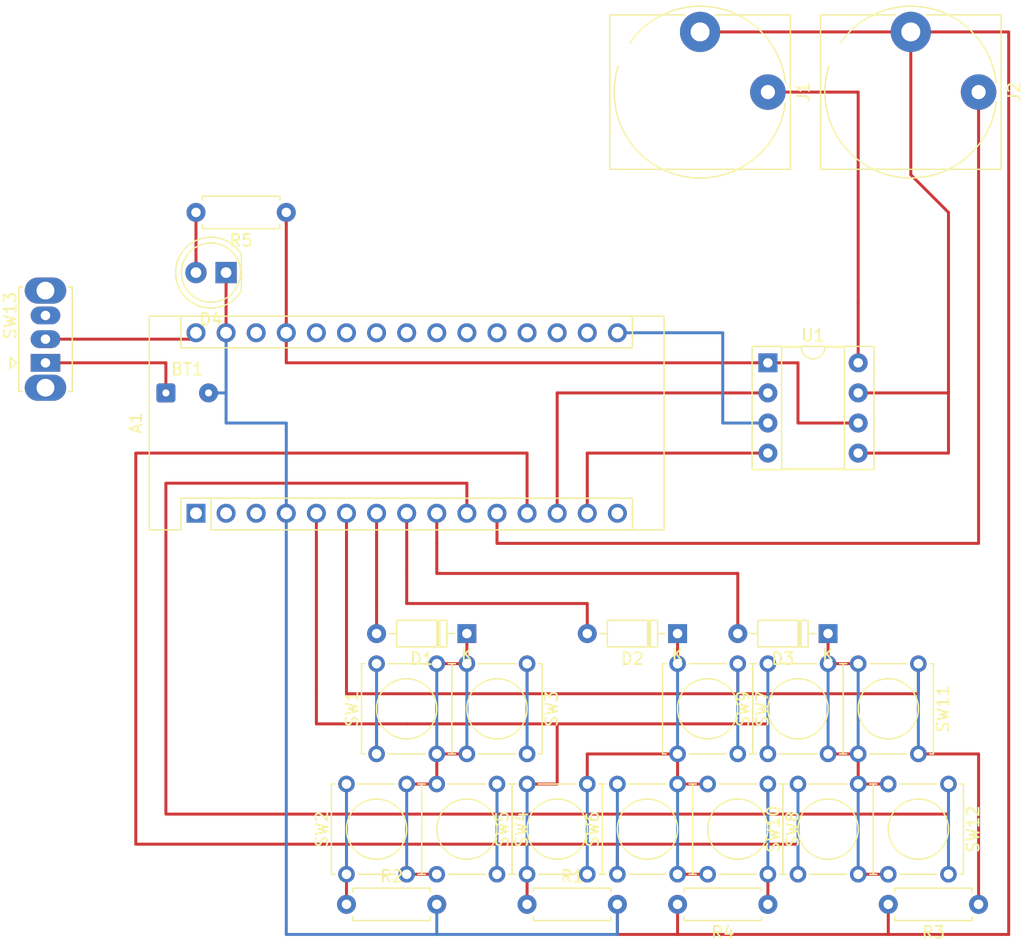
<source format=kicad_pcb>
(kicad_pcb (version 20171130) (host pcbnew 5.1.10-88a1d61d58~90~ubuntu20.04.1)

  (general
    (thickness 1.6)
    (drawings 0)
    (tracks 146)
    (zones 0)
    (modules 27)
    (nets 37)
  )

  (page A4)
  (layers
    (0 F.Cu signal)
    (31 B.Cu signal)
    (32 B.Adhes user)
    (33 F.Adhes user)
    (34 B.Paste user)
    (35 F.Paste user)
    (36 B.SilkS user)
    (37 F.SilkS user)
    (38 B.Mask user)
    (39 F.Mask user)
    (40 Dwgs.User user)
    (41 Cmts.User user)
    (42 Eco1.User user)
    (43 Eco2.User user)
    (44 Edge.Cuts user)
    (45 Margin user)
    (46 B.CrtYd user)
    (47 F.CrtYd user)
    (48 B.Fab user)
    (49 F.Fab user)
  )

  (setup
    (last_trace_width 0.25)
    (trace_clearance 0.2)
    (zone_clearance 0.508)
    (zone_45_only no)
    (trace_min 0.2032)
    (via_size 0.8)
    (via_drill 0.4)
    (via_min_size 0.5)
    (via_min_drill 0.3)
    (uvia_size 0.3)
    (uvia_drill 0.1)
    (uvias_allowed no)
    (uvia_min_size 0.2)
    (uvia_min_drill 0.1)
    (edge_width 0.05)
    (segment_width 0.2)
    (pcb_text_width 0.3)
    (pcb_text_size 1.5 1.5)
    (mod_edge_width 0.12)
    (mod_text_size 1 1)
    (mod_text_width 0.15)
    (pad_size 1.524 1.524)
    (pad_drill 0.762)
    (pad_to_mask_clearance 0)
    (aux_axis_origin 152.4 101.6)
    (grid_origin 152.4 101.6)
    (visible_elements FFFFFF7F)
    (pcbplotparams
      (layerselection 0x010fc_ffffffff)
      (usegerberextensions false)
      (usegerberattributes true)
      (usegerberadvancedattributes true)
      (creategerberjobfile true)
      (excludeedgelayer true)
      (linewidth 0.100000)
      (plotframeref false)
      (viasonmask false)
      (mode 1)
      (useauxorigin false)
      (hpglpennumber 1)
      (hpglpenspeed 20)
      (hpglpendiameter 15.000000)
      (psnegative false)
      (psa4output false)
      (plotreference true)
      (plotvalue true)
      (plotinvisibletext false)
      (padsonsilk false)
      (subtractmaskfromsilk false)
      (outputformat 1)
      (mirror false)
      (drillshape 1)
      (scaleselection 1)
      (outputdirectory ""))
  )

  (net 0 "")
  (net 1 SCK)
  (net 2 "Net-(A1-Pad15)")
  (net 3 GND)
  (net 4 "Net-(A1-Pad28)")
  (net 5 +5V)
  (net 6 GATE)
  (net 7 KEY_IN_D)
  (net 8 KEY_IN_C)
  (net 9 KEY_IN_B)
  (net 10 "Net-(A1-Pad22)")
  (net 11 KEY_IN_A)
  (net 12 "Net-(A1-Pad21)")
  (net 13 KEY_OUT_C)
  (net 14 "Net-(A1-Pad20)")
  (net 15 "Net-(A1-Pad19)")
  (net 16 "Net-(A1-Pad3)")
  (net 17 "Net-(A1-Pad18)")
  (net 18 KEY_OUT_A)
  (net 19 "Net-(A1-Pad17)")
  (net 20 KEY_OUT_B)
  (net 21 "Net-(D1-Pad1)")
  (net 22 "Net-(D2-Pad1)")
  (net 23 "Net-(D3-Pad1)")
  (net 24 "Net-(J1-PadT)")
  (net 25 CS)
  (net 26 SDI)
  (net 27 "Net-(A1-Pad1)")
  (net 28 "Net-(A1-Pad2)")
  (net 29 "Net-(A1-Pad23)")
  (net 30 "Net-(A1-Pad24)")
  (net 31 "Net-(A1-Pad25)")
  (net 32 "Net-(A1-Pad26)")
  (net 33 +BATT)
  (net 34 "Net-(BT1-Pad1)")
  (net 35 "Net-(D4-Pad2)")
  (net 36 "Net-(SW13-Pad3)")

  (net_class Default "This is the default net class."
    (clearance 0.2)
    (trace_width 0.25)
    (via_dia 0.8)
    (via_drill 0.4)
    (uvia_dia 0.3)
    (uvia_drill 0.1)
    (diff_pair_width 0.3)
    (diff_pair_gap 0.25)
    (add_net +5V)
    (add_net +BATT)
    (add_net CS)
    (add_net GATE)
    (add_net GND)
    (add_net KEY_IN_A)
    (add_net KEY_IN_B)
    (add_net KEY_IN_C)
    (add_net KEY_IN_D)
    (add_net KEY_OUT_A)
    (add_net KEY_OUT_B)
    (add_net KEY_OUT_C)
    (add_net "Net-(A1-Pad1)")
    (add_net "Net-(A1-Pad15)")
    (add_net "Net-(A1-Pad17)")
    (add_net "Net-(A1-Pad18)")
    (add_net "Net-(A1-Pad19)")
    (add_net "Net-(A1-Pad2)")
    (add_net "Net-(A1-Pad20)")
    (add_net "Net-(A1-Pad21)")
    (add_net "Net-(A1-Pad22)")
    (add_net "Net-(A1-Pad23)")
    (add_net "Net-(A1-Pad24)")
    (add_net "Net-(A1-Pad25)")
    (add_net "Net-(A1-Pad26)")
    (add_net "Net-(A1-Pad28)")
    (add_net "Net-(A1-Pad3)")
    (add_net "Net-(BT1-Pad1)")
    (add_net "Net-(D1-Pad1)")
    (add_net "Net-(D2-Pad1)")
    (add_net "Net-(D3-Pad1)")
    (add_net "Net-(D4-Pad2)")
    (add_net "Net-(J1-PadT)")
    (add_net "Net-(SW13-Pad3)")
    (add_net SCK)
    (add_net SDI)
  )

  (module Package_DIP:DIP-8_W7.62mm_Socket (layer F.Cu) (tedit 5A02E8C5) (tstamp 612B6412)
    (at 149.86 109.22)
    (descr "8-lead though-hole mounted DIP package, row spacing 7.62 mm (300 mils), Socket")
    (tags "THT DIP DIL PDIP 2.54mm 7.62mm 300mil Socket")
    (path /6133391A)
    (fp_text reference U1 (at 3.81 -2.33) (layer F.SilkS)
      (effects (font (size 1 1) (thickness 0.15)))
    )
    (fp_text value MCP4911 (at 3.81 9.95) (layer F.Fab)
      (effects (font (size 1 1) (thickness 0.15)))
    )
    (fp_line (start 1.635 -1.27) (end 6.985 -1.27) (layer F.Fab) (width 0.1))
    (fp_line (start 6.985 -1.27) (end 6.985 8.89) (layer F.Fab) (width 0.1))
    (fp_line (start 6.985 8.89) (end 0.635 8.89) (layer F.Fab) (width 0.1))
    (fp_line (start 0.635 8.89) (end 0.635 -0.27) (layer F.Fab) (width 0.1))
    (fp_line (start 0.635 -0.27) (end 1.635 -1.27) (layer F.Fab) (width 0.1))
    (fp_line (start -1.27 -1.33) (end -1.27 8.95) (layer F.Fab) (width 0.1))
    (fp_line (start -1.27 8.95) (end 8.89 8.95) (layer F.Fab) (width 0.1))
    (fp_line (start 8.89 8.95) (end 8.89 -1.33) (layer F.Fab) (width 0.1))
    (fp_line (start 8.89 -1.33) (end -1.27 -1.33) (layer F.Fab) (width 0.1))
    (fp_line (start 2.81 -1.33) (end 1.16 -1.33) (layer F.SilkS) (width 0.12))
    (fp_line (start 1.16 -1.33) (end 1.16 8.95) (layer F.SilkS) (width 0.12))
    (fp_line (start 1.16 8.95) (end 6.46 8.95) (layer F.SilkS) (width 0.12))
    (fp_line (start 6.46 8.95) (end 6.46 -1.33) (layer F.SilkS) (width 0.12))
    (fp_line (start 6.46 -1.33) (end 4.81 -1.33) (layer F.SilkS) (width 0.12))
    (fp_line (start -1.33 -1.39) (end -1.33 9.01) (layer F.SilkS) (width 0.12))
    (fp_line (start -1.33 9.01) (end 8.95 9.01) (layer F.SilkS) (width 0.12))
    (fp_line (start 8.95 9.01) (end 8.95 -1.39) (layer F.SilkS) (width 0.12))
    (fp_line (start 8.95 -1.39) (end -1.33 -1.39) (layer F.SilkS) (width 0.12))
    (fp_line (start -1.55 -1.6) (end -1.55 9.2) (layer F.CrtYd) (width 0.05))
    (fp_line (start -1.55 9.2) (end 9.15 9.2) (layer F.CrtYd) (width 0.05))
    (fp_line (start 9.15 9.2) (end 9.15 -1.6) (layer F.CrtYd) (width 0.05))
    (fp_line (start 9.15 -1.6) (end -1.55 -1.6) (layer F.CrtYd) (width 0.05))
    (fp_arc (start 3.81 -1.33) (end 2.81 -1.33) (angle -180) (layer F.SilkS) (width 0.12))
    (fp_text user %R (at 3.81 3.81) (layer F.Fab)
      (effects (font (size 1 1) (thickness 0.15)))
    )
    (pad 1 thru_hole rect (at 0 0) (size 1.6 1.6) (drill 0.8) (layers *.Cu *.Mask)
      (net 5 +5V))
    (pad 5 thru_hole oval (at 7.62 7.62) (size 1.6 1.6) (drill 0.8) (layers *.Cu *.Mask)
      (net 3 GND))
    (pad 2 thru_hole oval (at 0 2.54) (size 1.6 1.6) (drill 0.8) (layers *.Cu *.Mask)
      (net 25 CS))
    (pad 6 thru_hole oval (at 7.62 5.08) (size 1.6 1.6) (drill 0.8) (layers *.Cu *.Mask)
      (net 5 +5V))
    (pad 3 thru_hole oval (at 0 5.08) (size 1.6 1.6) (drill 0.8) (layers *.Cu *.Mask)
      (net 1 SCK))
    (pad 7 thru_hole oval (at 7.62 2.54) (size 1.6 1.6) (drill 0.8) (layers *.Cu *.Mask)
      (net 3 GND))
    (pad 4 thru_hole oval (at 0 7.62) (size 1.6 1.6) (drill 0.8) (layers *.Cu *.Mask)
      (net 26 SDI))
    (pad 8 thru_hole oval (at 7.62 0) (size 1.6 1.6) (drill 0.8) (layers *.Cu *.Mask)
      (net 24 "Net-(J1-PadT)"))
    (model ${KISYS3DMOD}/Package_DIP.3dshapes/DIP-8_W7.62mm_Socket.wrl
      (at (xyz 0 0 0))
      (scale (xyz 1 1 1))
      (rotate (xyz 0 0 0))
    )
  )

  (module Button_Switch_THT:SW_Tactile_Straight_KSA0Axx1LFTR (layer F.Cu) (tedit 5A02FE31) (tstamp 612B1A3C)
    (at 147.32 134.62 270)
    (descr "SW PUSH SMALL http://www.ckswitches.com/media/1457/ksa_ksl.pdf")
    (tags "SW PUSH SMALL Tactile C&K")
    (path /612C0EED)
    (fp_text reference SW7 (at 3.81 -2.08 90) (layer F.SilkS)
      (effects (font (size 1 1) (thickness 0.15)))
    )
    (fp_text value SW_Push (at 3.81 7.28 90) (layer F.Fab)
      (effects (font (size 1 1) (thickness 0.15)))
    )
    (fp_line (start 7.51 6.24) (end 0.11 6.24) (layer F.Fab) (width 0.1))
    (fp_line (start 7.51 -1.16) (end 7.51 6.24) (layer F.Fab) (width 0.1))
    (fp_line (start 0.11 -1.16) (end 7.51 -1.16) (layer F.Fab) (width 0.1))
    (fp_line (start 0.11 6.24) (end 0.11 -1.16) (layer F.Fab) (width 0.1))
    (fp_line (start 0 -1.27) (end 7.62 -1.27) (layer F.SilkS) (width 0.12))
    (fp_line (start 7.62 -1.27) (end 7.62 -0.97) (layer F.SilkS) (width 0.12))
    (fp_line (start 7.62 6.35) (end 0 6.35) (layer F.SilkS) (width 0.12))
    (fp_line (start 0 -1.27) (end 0 -0.97) (layer F.SilkS) (width 0.12))
    (fp_line (start 7.62 0.97) (end 7.62 4.11) (layer F.SilkS) (width 0.12))
    (fp_line (start 0 0.97) (end 0 4.11) (layer F.SilkS) (width 0.12))
    (fp_line (start -0.95 -1.41) (end 8.57 -1.41) (layer F.CrtYd) (width 0.05))
    (fp_line (start -0.95 -1.41) (end -0.95 6.49) (layer F.CrtYd) (width 0.05))
    (fp_line (start 8.57 6.49) (end 8.57 -1.41) (layer F.CrtYd) (width 0.05))
    (fp_line (start 8.57 6.49) (end -0.95 6.49) (layer F.CrtYd) (width 0.05))
    (fp_line (start 7.62 6.05) (end 7.62 6.35) (layer F.SilkS) (width 0.12))
    (fp_line (start 0 6.05) (end 0 6.35) (layer F.SilkS) (width 0.12))
    (fp_circle (center 3.81 2.54) (end 3.81 0) (layer F.SilkS) (width 0.12))
    (fp_text user %R (at 3.81 2.54 90) (layer F.Fab)
      (effects (font (size 1 1) (thickness 0.15)))
    )
    (pad 1 thru_hole circle (at 7.62 0 270) (size 1.397 1.397) (drill 0.8128) (layers *.Cu *.Mask)
      (net 8 KEY_IN_C))
    (pad 2 thru_hole circle (at 7.62 5.08 270) (size 1.397 1.397) (drill 0.8128) (layers *.Cu *.Mask)
      (net 22 "Net-(D2-Pad1)"))
    (pad 1 thru_hole circle (at 0 0 270) (size 1.397 1.397) (drill 0.8128) (layers *.Cu *.Mask)
      (net 8 KEY_IN_C))
    (pad 2 thru_hole circle (at 0 5.08 270) (size 1.397 1.397) (drill 0.8128) (layers *.Cu *.Mask)
      (net 22 "Net-(D2-Pad1)"))
    (model ${KISYS3DMOD}/Button_Switch_THT.3dshapes/SW_Tactile_Straight_KSA0Axx1LFTR.wrl
      (at (xyz 0 0 0))
      (scale (xyz 1 1 1))
      (rotate (xyz 0 0 0))
    )
  )

  (module Module:Arduino_Nano (layer F.Cu) (tedit 58ACAF70) (tstamp 612B182F)
    (at 101.6 121.92 90)
    (descr "Arduino Nano, http://www.mouser.com/pdfdocs/Gravitech_Arduino_Nano3_0.pdf")
    (tags "Arduino Nano")
    (path /612A5CB1)
    (fp_text reference A1 (at 7.62 -5.08 90) (layer F.SilkS)
      (effects (font (size 1 1) (thickness 0.15)))
    )
    (fp_text value Arduino_Nano_v3.x (at 8.89 19.05) (layer F.Fab)
      (effects (font (size 1 1) (thickness 0.15)))
    )
    (fp_line (start 1.27 1.27) (end 1.27 -1.27) (layer F.SilkS) (width 0.12))
    (fp_line (start 1.27 -1.27) (end -1.4 -1.27) (layer F.SilkS) (width 0.12))
    (fp_line (start -1.4 1.27) (end -1.4 39.5) (layer F.SilkS) (width 0.12))
    (fp_line (start -1.4 -3.94) (end -1.4 -1.27) (layer F.SilkS) (width 0.12))
    (fp_line (start 13.97 -1.27) (end 16.64 -1.27) (layer F.SilkS) (width 0.12))
    (fp_line (start 13.97 -1.27) (end 13.97 36.83) (layer F.SilkS) (width 0.12))
    (fp_line (start 13.97 36.83) (end 16.64 36.83) (layer F.SilkS) (width 0.12))
    (fp_line (start 1.27 1.27) (end -1.4 1.27) (layer F.SilkS) (width 0.12))
    (fp_line (start 1.27 1.27) (end 1.27 36.83) (layer F.SilkS) (width 0.12))
    (fp_line (start 1.27 36.83) (end -1.4 36.83) (layer F.SilkS) (width 0.12))
    (fp_line (start 3.81 31.75) (end 11.43 31.75) (layer F.Fab) (width 0.1))
    (fp_line (start 11.43 31.75) (end 11.43 41.91) (layer F.Fab) (width 0.1))
    (fp_line (start 11.43 41.91) (end 3.81 41.91) (layer F.Fab) (width 0.1))
    (fp_line (start 3.81 41.91) (end 3.81 31.75) (layer F.Fab) (width 0.1))
    (fp_line (start -1.4 39.5) (end 16.64 39.5) (layer F.SilkS) (width 0.12))
    (fp_line (start 16.64 39.5) (end 16.64 -3.94) (layer F.SilkS) (width 0.12))
    (fp_line (start 16.64 -3.94) (end -1.4 -3.94) (layer F.SilkS) (width 0.12))
    (fp_line (start 16.51 39.37) (end -1.27 39.37) (layer F.Fab) (width 0.1))
    (fp_line (start -1.27 39.37) (end -1.27 -2.54) (layer F.Fab) (width 0.1))
    (fp_line (start -1.27 -2.54) (end 0 -3.81) (layer F.Fab) (width 0.1))
    (fp_line (start 0 -3.81) (end 16.51 -3.81) (layer F.Fab) (width 0.1))
    (fp_line (start 16.51 -3.81) (end 16.51 39.37) (layer F.Fab) (width 0.1))
    (fp_line (start -1.53 -4.06) (end 16.75 -4.06) (layer F.CrtYd) (width 0.05))
    (fp_line (start -1.53 -4.06) (end -1.53 42.16) (layer F.CrtYd) (width 0.05))
    (fp_line (start 16.75 42.16) (end 16.75 -4.06) (layer F.CrtYd) (width 0.05))
    (fp_line (start 16.75 42.16) (end -1.53 42.16) (layer F.CrtYd) (width 0.05))
    (fp_text user %R (at 6.35 19.05) (layer F.Fab)
      (effects (font (size 1 1) (thickness 0.15)))
    )
    (pad 1 thru_hole rect (at 0 0 90) (size 1.6 1.6) (drill 1) (layers *.Cu *.Mask)
      (net 27 "Net-(A1-Pad1)"))
    (pad 17 thru_hole oval (at 15.24 33.02 90) (size 1.6 1.6) (drill 1) (layers *.Cu *.Mask)
      (net 19 "Net-(A1-Pad17)"))
    (pad 2 thru_hole oval (at 0 2.54 90) (size 1.6 1.6) (drill 1) (layers *.Cu *.Mask)
      (net 28 "Net-(A1-Pad2)"))
    (pad 18 thru_hole oval (at 15.24 30.48 90) (size 1.6 1.6) (drill 1) (layers *.Cu *.Mask)
      (net 17 "Net-(A1-Pad18)"))
    (pad 3 thru_hole oval (at 0 5.08 90) (size 1.6 1.6) (drill 1) (layers *.Cu *.Mask)
      (net 16 "Net-(A1-Pad3)"))
    (pad 19 thru_hole oval (at 15.24 27.94 90) (size 1.6 1.6) (drill 1) (layers *.Cu *.Mask)
      (net 15 "Net-(A1-Pad19)"))
    (pad 4 thru_hole oval (at 0 7.62 90) (size 1.6 1.6) (drill 1) (layers *.Cu *.Mask)
      (net 3 GND))
    (pad 20 thru_hole oval (at 15.24 25.4 90) (size 1.6 1.6) (drill 1) (layers *.Cu *.Mask)
      (net 14 "Net-(A1-Pad20)"))
    (pad 5 thru_hole oval (at 0 10.16 90) (size 1.6 1.6) (drill 1) (layers *.Cu *.Mask)
      (net 11 KEY_IN_A))
    (pad 21 thru_hole oval (at 15.24 22.86 90) (size 1.6 1.6) (drill 1) (layers *.Cu *.Mask)
      (net 12 "Net-(A1-Pad21)"))
    (pad 6 thru_hole oval (at 0 12.7 90) (size 1.6 1.6) (drill 1) (layers *.Cu *.Mask)
      (net 8 KEY_IN_C))
    (pad 22 thru_hole oval (at 15.24 20.32 90) (size 1.6 1.6) (drill 1) (layers *.Cu *.Mask)
      (net 10 "Net-(A1-Pad22)"))
    (pad 7 thru_hole oval (at 0 15.24 90) (size 1.6 1.6) (drill 1) (layers *.Cu *.Mask)
      (net 18 KEY_OUT_A))
    (pad 23 thru_hole oval (at 15.24 17.78 90) (size 1.6 1.6) (drill 1) (layers *.Cu *.Mask)
      (net 29 "Net-(A1-Pad23)"))
    (pad 8 thru_hole oval (at 0 17.78 90) (size 1.6 1.6) (drill 1) (layers *.Cu *.Mask)
      (net 20 KEY_OUT_B))
    (pad 24 thru_hole oval (at 15.24 15.24 90) (size 1.6 1.6) (drill 1) (layers *.Cu *.Mask)
      (net 30 "Net-(A1-Pad24)"))
    (pad 9 thru_hole oval (at 0 20.32 90) (size 1.6 1.6) (drill 1) (layers *.Cu *.Mask)
      (net 13 KEY_OUT_C))
    (pad 25 thru_hole oval (at 15.24 12.7 90) (size 1.6 1.6) (drill 1) (layers *.Cu *.Mask)
      (net 31 "Net-(A1-Pad25)"))
    (pad 10 thru_hole oval (at 0 22.86 90) (size 1.6 1.6) (drill 1) (layers *.Cu *.Mask)
      (net 7 KEY_IN_D))
    (pad 26 thru_hole oval (at 15.24 10.16 90) (size 1.6 1.6) (drill 1) (layers *.Cu *.Mask)
      (net 32 "Net-(A1-Pad26)"))
    (pad 11 thru_hole oval (at 0 25.4 90) (size 1.6 1.6) (drill 1) (layers *.Cu *.Mask)
      (net 6 GATE))
    (pad 27 thru_hole oval (at 15.24 7.62 90) (size 1.6 1.6) (drill 1) (layers *.Cu *.Mask)
      (net 5 +5V))
    (pad 12 thru_hole oval (at 0 27.94 90) (size 1.6 1.6) (drill 1) (layers *.Cu *.Mask)
      (net 9 KEY_IN_B))
    (pad 28 thru_hole oval (at 15.24 5.08 90) (size 1.6 1.6) (drill 1) (layers *.Cu *.Mask)
      (net 4 "Net-(A1-Pad28)"))
    (pad 13 thru_hole oval (at 0 30.48 90) (size 1.6 1.6) (drill 1) (layers *.Cu *.Mask)
      (net 25 CS))
    (pad 29 thru_hole oval (at 15.24 2.54 90) (size 1.6 1.6) (drill 1) (layers *.Cu *.Mask)
      (net 3 GND))
    (pad 14 thru_hole oval (at 0 33.02 90) (size 1.6 1.6) (drill 1) (layers *.Cu *.Mask)
      (net 26 SDI))
    (pad 30 thru_hole oval (at 15.24 0 90) (size 1.6 1.6) (drill 1) (layers *.Cu *.Mask)
      (net 33 +BATT))
    (pad 15 thru_hole oval (at 0 35.56 90) (size 1.6 1.6) (drill 1) (layers *.Cu *.Mask)
      (net 2 "Net-(A1-Pad15)"))
    (pad 16 thru_hole oval (at 15.24 35.56 90) (size 1.6 1.6) (drill 1) (layers *.Cu *.Mask)
      (net 1 SCK))
    (model ${KISYS3DMOD}/Module.3dshapes/Arduino_Nano_WithMountingHoles.wrl
      (at (xyz 0 0 0))
      (scale (xyz 1 1 1))
      (rotate (xyz 0 0 0))
    )
  )

  (module Diode_THT:D_DO-35_SOD27_P7.62mm_Horizontal (layer F.Cu) (tedit 5AE50CD5) (tstamp 612CBD0B)
    (at 124.46 132.08 180)
    (descr "Diode, DO-35_SOD27 series, Axial, Horizontal, pin pitch=7.62mm, , length*diameter=4*2mm^2, , http://www.diodes.com/_files/packages/DO-35.pdf")
    (tags "Diode DO-35_SOD27 series Axial Horizontal pin pitch 7.62mm  length 4mm diameter 2mm")
    (path /612B2CEA)
    (fp_text reference D1 (at 3.81 -2.12) (layer F.SilkS)
      (effects (font (size 1 1) (thickness 0.15)))
    )
    (fp_text value D (at 3.81 2.12) (layer F.Fab)
      (effects (font (size 1 1) (thickness 0.15)))
    )
    (fp_line (start 1.81 -1) (end 1.81 1) (layer F.Fab) (width 0.1))
    (fp_line (start 1.81 1) (end 5.81 1) (layer F.Fab) (width 0.1))
    (fp_line (start 5.81 1) (end 5.81 -1) (layer F.Fab) (width 0.1))
    (fp_line (start 5.81 -1) (end 1.81 -1) (layer F.Fab) (width 0.1))
    (fp_line (start 0 0) (end 1.81 0) (layer F.Fab) (width 0.1))
    (fp_line (start 7.62 0) (end 5.81 0) (layer F.Fab) (width 0.1))
    (fp_line (start 2.41 -1) (end 2.41 1) (layer F.Fab) (width 0.1))
    (fp_line (start 2.51 -1) (end 2.51 1) (layer F.Fab) (width 0.1))
    (fp_line (start 2.31 -1) (end 2.31 1) (layer F.Fab) (width 0.1))
    (fp_line (start 1.69 -1.12) (end 1.69 1.12) (layer F.SilkS) (width 0.12))
    (fp_line (start 1.69 1.12) (end 5.93 1.12) (layer F.SilkS) (width 0.12))
    (fp_line (start 5.93 1.12) (end 5.93 -1.12) (layer F.SilkS) (width 0.12))
    (fp_line (start 5.93 -1.12) (end 1.69 -1.12) (layer F.SilkS) (width 0.12))
    (fp_line (start 1.04 0) (end 1.69 0) (layer F.SilkS) (width 0.12))
    (fp_line (start 6.58 0) (end 5.93 0) (layer F.SilkS) (width 0.12))
    (fp_line (start 2.41 -1.12) (end 2.41 1.12) (layer F.SilkS) (width 0.12))
    (fp_line (start 2.53 -1.12) (end 2.53 1.12) (layer F.SilkS) (width 0.12))
    (fp_line (start 2.29 -1.12) (end 2.29 1.12) (layer F.SilkS) (width 0.12))
    (fp_line (start -1.05 -1.25) (end -1.05 1.25) (layer F.CrtYd) (width 0.05))
    (fp_line (start -1.05 1.25) (end 8.67 1.25) (layer F.CrtYd) (width 0.05))
    (fp_line (start 8.67 1.25) (end 8.67 -1.25) (layer F.CrtYd) (width 0.05))
    (fp_line (start 8.67 -1.25) (end -1.05 -1.25) (layer F.CrtYd) (width 0.05))
    (fp_text user %R (at 4.11 0) (layer F.Fab)
      (effects (font (size 0.8 0.8) (thickness 0.12)))
    )
    (fp_text user K (at 0 -1.8) (layer F.Fab)
      (effects (font (size 1 1) (thickness 0.15)))
    )
    (fp_text user K (at 0 -1.8) (layer F.SilkS)
      (effects (font (size 1 1) (thickness 0.15)))
    )
    (pad 1 thru_hole rect (at 0 0 180) (size 1.6 1.6) (drill 0.8) (layers *.Cu *.Mask)
      (net 21 "Net-(D1-Pad1)"))
    (pad 2 thru_hole oval (at 7.62 0 180) (size 1.6 1.6) (drill 0.8) (layers *.Cu *.Mask)
      (net 18 KEY_OUT_A))
    (model ${KISYS3DMOD}/Diode_THT.3dshapes/D_DO-35_SOD27_P7.62mm_Horizontal.wrl
      (at (xyz 0 0 0))
      (scale (xyz 1 1 1))
      (rotate (xyz 0 0 0))
    )
  )

  (module Diode_THT:D_DO-35_SOD27_P7.62mm_Horizontal (layer F.Cu) (tedit 5AE50CD5) (tstamp 612B186D)
    (at 142.24 132.08 180)
    (descr "Diode, DO-35_SOD27 series, Axial, Horizontal, pin pitch=7.62mm, , length*diameter=4*2mm^2, , http://www.diodes.com/_files/packages/DO-35.pdf")
    (tags "Diode DO-35_SOD27 series Axial Horizontal pin pitch 7.62mm  length 4mm diameter 2mm")
    (path /612B3C77)
    (fp_text reference D2 (at 3.81 -2.12) (layer F.SilkS)
      (effects (font (size 1 1) (thickness 0.15)))
    )
    (fp_text value D (at 3.81 2.12) (layer F.Fab)
      (effects (font (size 1 1) (thickness 0.15)))
    )
    (fp_line (start 8.67 -1.25) (end -1.05 -1.25) (layer F.CrtYd) (width 0.05))
    (fp_line (start 8.67 1.25) (end 8.67 -1.25) (layer F.CrtYd) (width 0.05))
    (fp_line (start -1.05 1.25) (end 8.67 1.25) (layer F.CrtYd) (width 0.05))
    (fp_line (start -1.05 -1.25) (end -1.05 1.25) (layer F.CrtYd) (width 0.05))
    (fp_line (start 2.29 -1.12) (end 2.29 1.12) (layer F.SilkS) (width 0.12))
    (fp_line (start 2.53 -1.12) (end 2.53 1.12) (layer F.SilkS) (width 0.12))
    (fp_line (start 2.41 -1.12) (end 2.41 1.12) (layer F.SilkS) (width 0.12))
    (fp_line (start 6.58 0) (end 5.93 0) (layer F.SilkS) (width 0.12))
    (fp_line (start 1.04 0) (end 1.69 0) (layer F.SilkS) (width 0.12))
    (fp_line (start 5.93 -1.12) (end 1.69 -1.12) (layer F.SilkS) (width 0.12))
    (fp_line (start 5.93 1.12) (end 5.93 -1.12) (layer F.SilkS) (width 0.12))
    (fp_line (start 1.69 1.12) (end 5.93 1.12) (layer F.SilkS) (width 0.12))
    (fp_line (start 1.69 -1.12) (end 1.69 1.12) (layer F.SilkS) (width 0.12))
    (fp_line (start 2.31 -1) (end 2.31 1) (layer F.Fab) (width 0.1))
    (fp_line (start 2.51 -1) (end 2.51 1) (layer F.Fab) (width 0.1))
    (fp_line (start 2.41 -1) (end 2.41 1) (layer F.Fab) (width 0.1))
    (fp_line (start 7.62 0) (end 5.81 0) (layer F.Fab) (width 0.1))
    (fp_line (start 0 0) (end 1.81 0) (layer F.Fab) (width 0.1))
    (fp_line (start 5.81 -1) (end 1.81 -1) (layer F.Fab) (width 0.1))
    (fp_line (start 5.81 1) (end 5.81 -1) (layer F.Fab) (width 0.1))
    (fp_line (start 1.81 1) (end 5.81 1) (layer F.Fab) (width 0.1))
    (fp_line (start 1.81 -1) (end 1.81 1) (layer F.Fab) (width 0.1))
    (fp_text user K (at 0 -1.8) (layer F.SilkS)
      (effects (font (size 1 1) (thickness 0.15)))
    )
    (fp_text user K (at 0 -1.8) (layer F.Fab)
      (effects (font (size 1 1) (thickness 0.15)))
    )
    (fp_text user %R (at 4.11 0) (layer F.Fab)
      (effects (font (size 0.8 0.8) (thickness 0.12)))
    )
    (pad 2 thru_hole oval (at 7.62 0 180) (size 1.6 1.6) (drill 0.8) (layers *.Cu *.Mask)
      (net 20 KEY_OUT_B))
    (pad 1 thru_hole rect (at 0 0 180) (size 1.6 1.6) (drill 0.8) (layers *.Cu *.Mask)
      (net 22 "Net-(D2-Pad1)"))
    (model ${KISYS3DMOD}/Diode_THT.3dshapes/D_DO-35_SOD27_P7.62mm_Horizontal.wrl
      (at (xyz 0 0 0))
      (scale (xyz 1 1 1))
      (rotate (xyz 0 0 0))
    )
  )

  (module Diode_THT:D_DO-35_SOD27_P7.62mm_Horizontal (layer F.Cu) (tedit 5AE50CD5) (tstamp 612B188C)
    (at 154.94 132.08 180)
    (descr "Diode, DO-35_SOD27 series, Axial, Horizontal, pin pitch=7.62mm, , length*diameter=4*2mm^2, , http://www.diodes.com/_files/packages/DO-35.pdf")
    (tags "Diode DO-35_SOD27 series Axial Horizontal pin pitch 7.62mm  length 4mm diameter 2mm")
    (path /612B3FB7)
    (fp_text reference D3 (at 3.81 -2.12) (layer F.SilkS)
      (effects (font (size 1 1) (thickness 0.15)))
    )
    (fp_text value D (at 3.81 2.12) (layer F.Fab)
      (effects (font (size 1 1) (thickness 0.15)))
    )
    (fp_line (start 1.81 -1) (end 1.81 1) (layer F.Fab) (width 0.1))
    (fp_line (start 1.81 1) (end 5.81 1) (layer F.Fab) (width 0.1))
    (fp_line (start 5.81 1) (end 5.81 -1) (layer F.Fab) (width 0.1))
    (fp_line (start 5.81 -1) (end 1.81 -1) (layer F.Fab) (width 0.1))
    (fp_line (start 0 0) (end 1.81 0) (layer F.Fab) (width 0.1))
    (fp_line (start 7.62 0) (end 5.81 0) (layer F.Fab) (width 0.1))
    (fp_line (start 2.41 -1) (end 2.41 1) (layer F.Fab) (width 0.1))
    (fp_line (start 2.51 -1) (end 2.51 1) (layer F.Fab) (width 0.1))
    (fp_line (start 2.31 -1) (end 2.31 1) (layer F.Fab) (width 0.1))
    (fp_line (start 1.69 -1.12) (end 1.69 1.12) (layer F.SilkS) (width 0.12))
    (fp_line (start 1.69 1.12) (end 5.93 1.12) (layer F.SilkS) (width 0.12))
    (fp_line (start 5.93 1.12) (end 5.93 -1.12) (layer F.SilkS) (width 0.12))
    (fp_line (start 5.93 -1.12) (end 1.69 -1.12) (layer F.SilkS) (width 0.12))
    (fp_line (start 1.04 0) (end 1.69 0) (layer F.SilkS) (width 0.12))
    (fp_line (start 6.58 0) (end 5.93 0) (layer F.SilkS) (width 0.12))
    (fp_line (start 2.41 -1.12) (end 2.41 1.12) (layer F.SilkS) (width 0.12))
    (fp_line (start 2.53 -1.12) (end 2.53 1.12) (layer F.SilkS) (width 0.12))
    (fp_line (start 2.29 -1.12) (end 2.29 1.12) (layer F.SilkS) (width 0.12))
    (fp_line (start -1.05 -1.25) (end -1.05 1.25) (layer F.CrtYd) (width 0.05))
    (fp_line (start -1.05 1.25) (end 8.67 1.25) (layer F.CrtYd) (width 0.05))
    (fp_line (start 8.67 1.25) (end 8.67 -1.25) (layer F.CrtYd) (width 0.05))
    (fp_line (start 8.67 -1.25) (end -1.05 -1.25) (layer F.CrtYd) (width 0.05))
    (fp_text user %R (at 4.11 0) (layer F.Fab)
      (effects (font (size 0.8 0.8) (thickness 0.12)))
    )
    (fp_text user K (at 0 -1.8) (layer F.Fab)
      (effects (font (size 1 1) (thickness 0.15)))
    )
    (fp_text user K (at 0 -1.8) (layer F.SilkS)
      (effects (font (size 1 1) (thickness 0.15)))
    )
    (pad 1 thru_hole rect (at 0 0 180) (size 1.6 1.6) (drill 0.8) (layers *.Cu *.Mask)
      (net 23 "Net-(D3-Pad1)"))
    (pad 2 thru_hole oval (at 7.62 0 180) (size 1.6 1.6) (drill 0.8) (layers *.Cu *.Mask)
      (net 13 KEY_OUT_C))
    (model ${KISYS3DMOD}/Diode_THT.3dshapes/D_DO-35_SOD27_P7.62mm_Horizontal.wrl
      (at (xyz 0 0 0))
      (scale (xyz 1 1 1))
      (rotate (xyz 0 0 0))
    )
  )

  (module Connector_Audio:Jack_6.35mm_Neutrik_NJ2FD-V_Vertical (layer F.Cu) (tedit 5BF47907) (tstamp 612CCB91)
    (at 149.86 86.36 270)
    (descr "6.35mm (1/4 in) Vertical Jack, Non-switching mono jack (T/S), https://www.neutrik.com/en/product/nj2fd-v")
    (tags "neutrik jack vertical")
    (path /613582E0)
    (fp_text reference J1 (at 0 -3 90) (layer F.SilkS)
      (effects (font (size 1 1) (thickness 0.15)))
    )
    (fp_text value AudioJack2 (at 0 14.5 90) (layer F.Fab)
      (effects (font (size 1 1) (thickness 0.15)))
    )
    (fp_line (start -6.4 -1.78) (end -6.4 13.22) (layer F.Fab) (width 0.1))
    (fp_line (start 6.4 -1.78) (end 6.4 13.22) (layer F.Fab) (width 0.1))
    (fp_line (start -6.4 -1.78) (end 6.4 -1.78) (layer F.Fab) (width 0.1))
    (fp_line (start -6.4 13.22) (end 6.4 13.22) (layer F.Fab) (width 0.1))
    (fp_line (start -6.52 13.34) (end 6.52 13.34) (layer F.SilkS) (width 0.12))
    (fp_line (start 6.52 -1.9) (end 6.52 13.34) (layer F.SilkS) (width 0.12))
    (fp_line (start -6.52 -1.9) (end 6.52 -1.9) (layer F.SilkS) (width 0.12))
    (fp_line (start -6.52 -1.9) (end -6.52 4.42) (layer F.SilkS) (width 0.12))
    (fp_line (start -6.52 7.02) (end -6.52 13.34) (layer F.SilkS) (width 0.12))
    (fp_line (start -6.9 13.72) (end 6.9 13.72) (layer F.CrtYd) (width 0.05))
    (fp_line (start -6.9 -2.28) (end 6.9 -2.28) (layer F.CrtYd) (width 0.05))
    (fp_line (start -6.9 -2.28) (end -6.9 3) (layer F.CrtYd) (width 0.05))
    (fp_line (start -7.75 3) (end -7.75 8.4) (layer F.CrtYd) (width 0.05))
    (fp_line (start -6.9 8.4) (end -6.9 13.72) (layer F.CrtYd) (width 0.05))
    (fp_line (start -6.9 8.4) (end -7.75 8.4) (layer F.CrtYd) (width 0.05))
    (fp_line (start -6.9 3) (end -7.75 3) (layer F.CrtYd) (width 0.05))
    (fp_line (start 6.9 8.4) (end 7.75 8.4) (layer F.CrtYd) (width 0.05))
    (fp_line (start 6.9 8.4) (end 6.9 13.72) (layer F.CrtYd) (width 0.05))
    (fp_line (start 7.75 3) (end 7.75 8.4) (layer F.CrtYd) (width 0.05))
    (fp_line (start 6.9 3) (end 7.75 3) (layer F.CrtYd) (width 0.05))
    (fp_line (start 6.9 -2.28) (end 6.9 3) (layer F.CrtYd) (width 0.05))
    (fp_circle (center 0 5.72) (end -7.25 5.72) (layer F.Fab) (width 0.1))
    (fp_text user %R (at 0 5.72 90) (layer F.Fab)
      (effects (font (size 1 1) (thickness 0.15)))
    )
    (fp_arc (start 0 5.72) (end -0.75 -1.49) (angle -139) (layer F.SilkS) (width 0.12))
    (fp_arc (start 0 5.72) (end -2.2 12.63) (angle -191) (layer F.SilkS) (width 0.12))
    (pad T thru_hole circle (at 0 0 90) (size 3 3) (drill 1.2) (layers *.Cu *.Mask)
      (net 24 "Net-(J1-PadT)"))
    (pad S thru_hole circle (at -5.08 5.72 90) (size 3.4 3.4) (drill 1.6) (layers *.Cu *.Mask)
      (net 3 GND))
    (pad "" np_thru_hole circle (at -3.18 12.07 90) (size 1.6 1.6) (drill 1.6) (layers *.Cu *.Mask))
    (pad "" np_thru_hole circle (at 3.81 1.91 90) (size 2.1 2.1) (drill 2.1) (layers *.Cu *.Mask))
    (model ${KISYS3DMOD}/Connector_Audio.3dshapes/Jack_6.35mm_Neutrik_NJ2FD-V_Vertical.wrl
      (at (xyz 0 0 0))
      (scale (xyz 1 1 1))
      (rotate (xyz 0 0 0))
    )
  )

  (module Connector_Audio:Jack_6.35mm_Neutrik_NJ2FD-V_Vertical (layer F.Cu) (tedit 5BF47907) (tstamp 612B18CE)
    (at 167.64 86.36 270)
    (descr "6.35mm (1/4 in) Vertical Jack, Non-switching mono jack (T/S), https://www.neutrik.com/en/product/nj2fd-v")
    (tags "neutrik jack vertical")
    (path /61455B4E)
    (fp_text reference J2 (at 0 -3 90) (layer F.SilkS)
      (effects (font (size 1 1) (thickness 0.15)))
    )
    (fp_text value AudioJack2 (at 0 14.5 90) (layer F.Fab)
      (effects (font (size 1 1) (thickness 0.15)))
    )
    (fp_circle (center 0 5.72) (end -7.25 5.72) (layer F.Fab) (width 0.1))
    (fp_line (start 6.9 -2.28) (end 6.9 3) (layer F.CrtYd) (width 0.05))
    (fp_line (start 6.9 3) (end 7.75 3) (layer F.CrtYd) (width 0.05))
    (fp_line (start 7.75 3) (end 7.75 8.4) (layer F.CrtYd) (width 0.05))
    (fp_line (start 6.9 8.4) (end 6.9 13.72) (layer F.CrtYd) (width 0.05))
    (fp_line (start 6.9 8.4) (end 7.75 8.4) (layer F.CrtYd) (width 0.05))
    (fp_line (start -6.9 3) (end -7.75 3) (layer F.CrtYd) (width 0.05))
    (fp_line (start -6.9 8.4) (end -7.75 8.4) (layer F.CrtYd) (width 0.05))
    (fp_line (start -6.9 8.4) (end -6.9 13.72) (layer F.CrtYd) (width 0.05))
    (fp_line (start -7.75 3) (end -7.75 8.4) (layer F.CrtYd) (width 0.05))
    (fp_line (start -6.9 -2.28) (end -6.9 3) (layer F.CrtYd) (width 0.05))
    (fp_line (start -6.9 -2.28) (end 6.9 -2.28) (layer F.CrtYd) (width 0.05))
    (fp_line (start -6.9 13.72) (end 6.9 13.72) (layer F.CrtYd) (width 0.05))
    (fp_line (start -6.52 7.02) (end -6.52 13.34) (layer F.SilkS) (width 0.12))
    (fp_line (start -6.52 -1.9) (end -6.52 4.42) (layer F.SilkS) (width 0.12))
    (fp_line (start -6.52 -1.9) (end 6.52 -1.9) (layer F.SilkS) (width 0.12))
    (fp_line (start 6.52 -1.9) (end 6.52 13.34) (layer F.SilkS) (width 0.12))
    (fp_line (start -6.52 13.34) (end 6.52 13.34) (layer F.SilkS) (width 0.12))
    (fp_line (start -6.4 13.22) (end 6.4 13.22) (layer F.Fab) (width 0.1))
    (fp_line (start -6.4 -1.78) (end 6.4 -1.78) (layer F.Fab) (width 0.1))
    (fp_line (start 6.4 -1.78) (end 6.4 13.22) (layer F.Fab) (width 0.1))
    (fp_line (start -6.4 -1.78) (end -6.4 13.22) (layer F.Fab) (width 0.1))
    (fp_arc (start 0 5.72) (end -2.2 12.63) (angle -191) (layer F.SilkS) (width 0.12))
    (fp_arc (start 0 5.72) (end -0.75 -1.49) (angle -139) (layer F.SilkS) (width 0.12))
    (fp_text user %R (at 0 5.72 90) (layer F.Fab)
      (effects (font (size 1 1) (thickness 0.15)))
    )
    (pad "" np_thru_hole circle (at 3.81 1.91 90) (size 2.1 2.1) (drill 2.1) (layers *.Cu *.Mask))
    (pad "" np_thru_hole circle (at -3.18 12.07 90) (size 1.6 1.6) (drill 1.6) (layers *.Cu *.Mask))
    (pad S thru_hole circle (at -5.08 5.72 90) (size 3.4 3.4) (drill 1.6) (layers *.Cu *.Mask)
      (net 3 GND))
    (pad T thru_hole circle (at 0 0 90) (size 3 3) (drill 1.2) (layers *.Cu *.Mask)
      (net 6 GATE))
    (model ${KISYS3DMOD}/Connector_Audio.3dshapes/Jack_6.35mm_Neutrik_NJ2FD-V_Vertical.wrl
      (at (xyz 0 0 0))
      (scale (xyz 1 1 1))
      (rotate (xyz 0 0 0))
    )
  )

  (module Resistor_THT:R_Axial_DIN0207_L6.3mm_D2.5mm_P7.62mm_Horizontal (layer F.Cu) (tedit 5AE5139B) (tstamp 612B18E5)
    (at 129.54 154.94)
    (descr "Resistor, Axial_DIN0207 series, Axial, Horizontal, pin pitch=7.62mm, 0.25W = 1/4W, length*diameter=6.3*2.5mm^2, http://cdn-reichelt.de/documents/datenblatt/B400/1_4W%23YAG.pdf")
    (tags "Resistor Axial_DIN0207 series Axial Horizontal pin pitch 7.62mm 0.25W = 1/4W length 6.3mm diameter 2.5mm")
    (path /612E868F)
    (fp_text reference R1 (at 3.81 -2.37) (layer F.SilkS)
      (effects (font (size 1 1) (thickness 0.15)))
    )
    (fp_text value R (at 3.81 2.37) (layer F.Fab)
      (effects (font (size 1 1) (thickness 0.15)))
    )
    (fp_line (start 8.67 -1.5) (end -1.05 -1.5) (layer F.CrtYd) (width 0.05))
    (fp_line (start 8.67 1.5) (end 8.67 -1.5) (layer F.CrtYd) (width 0.05))
    (fp_line (start -1.05 1.5) (end 8.67 1.5) (layer F.CrtYd) (width 0.05))
    (fp_line (start -1.05 -1.5) (end -1.05 1.5) (layer F.CrtYd) (width 0.05))
    (fp_line (start 7.08 1.37) (end 7.08 1.04) (layer F.SilkS) (width 0.12))
    (fp_line (start 0.54 1.37) (end 7.08 1.37) (layer F.SilkS) (width 0.12))
    (fp_line (start 0.54 1.04) (end 0.54 1.37) (layer F.SilkS) (width 0.12))
    (fp_line (start 7.08 -1.37) (end 7.08 -1.04) (layer F.SilkS) (width 0.12))
    (fp_line (start 0.54 -1.37) (end 7.08 -1.37) (layer F.SilkS) (width 0.12))
    (fp_line (start 0.54 -1.04) (end 0.54 -1.37) (layer F.SilkS) (width 0.12))
    (fp_line (start 7.62 0) (end 6.96 0) (layer F.Fab) (width 0.1))
    (fp_line (start 0 0) (end 0.66 0) (layer F.Fab) (width 0.1))
    (fp_line (start 6.96 -1.25) (end 0.66 -1.25) (layer F.Fab) (width 0.1))
    (fp_line (start 6.96 1.25) (end 6.96 -1.25) (layer F.Fab) (width 0.1))
    (fp_line (start 0.66 1.25) (end 6.96 1.25) (layer F.Fab) (width 0.1))
    (fp_line (start 0.66 -1.25) (end 0.66 1.25) (layer F.Fab) (width 0.1))
    (fp_text user %R (at 3.81 0) (layer F.Fab)
      (effects (font (size 1 1) (thickness 0.15)))
    )
    (pad 2 thru_hole oval (at 7.62 0) (size 1.6 1.6) (drill 0.8) (layers *.Cu *.Mask)
      (net 3 GND))
    (pad 1 thru_hole circle (at 0 0) (size 1.6 1.6) (drill 0.8) (layers *.Cu *.Mask)
      (net 11 KEY_IN_A))
    (model ${KISYS3DMOD}/Resistor_THT.3dshapes/R_Axial_DIN0207_L6.3mm_D2.5mm_P7.62mm_Horizontal.wrl
      (at (xyz 0 0 0))
      (scale (xyz 1 1 1))
      (rotate (xyz 0 0 0))
    )
  )

  (module Resistor_THT:R_Axial_DIN0207_L6.3mm_D2.5mm_P7.62mm_Horizontal (layer F.Cu) (tedit 5AE5139B) (tstamp 612B18FC)
    (at 114.3 154.94)
    (descr "Resistor, Axial_DIN0207 series, Axial, Horizontal, pin pitch=7.62mm, 0.25W = 1/4W, length*diameter=6.3*2.5mm^2, http://cdn-reichelt.de/documents/datenblatt/B400/1_4W%23YAG.pdf")
    (tags "Resistor Axial_DIN0207 series Axial Horizontal pin pitch 7.62mm 0.25W = 1/4W length 6.3mm diameter 2.5mm")
    (path /612E3AB4)
    (fp_text reference R2 (at 3.81 -2.37) (layer F.SilkS)
      (effects (font (size 1 1) (thickness 0.15)))
    )
    (fp_text value R (at 3.81 2.37) (layer F.Fab)
      (effects (font (size 1 1) (thickness 0.15)))
    )
    (fp_line (start 0.66 -1.25) (end 0.66 1.25) (layer F.Fab) (width 0.1))
    (fp_line (start 0.66 1.25) (end 6.96 1.25) (layer F.Fab) (width 0.1))
    (fp_line (start 6.96 1.25) (end 6.96 -1.25) (layer F.Fab) (width 0.1))
    (fp_line (start 6.96 -1.25) (end 0.66 -1.25) (layer F.Fab) (width 0.1))
    (fp_line (start 0 0) (end 0.66 0) (layer F.Fab) (width 0.1))
    (fp_line (start 7.62 0) (end 6.96 0) (layer F.Fab) (width 0.1))
    (fp_line (start 0.54 -1.04) (end 0.54 -1.37) (layer F.SilkS) (width 0.12))
    (fp_line (start 0.54 -1.37) (end 7.08 -1.37) (layer F.SilkS) (width 0.12))
    (fp_line (start 7.08 -1.37) (end 7.08 -1.04) (layer F.SilkS) (width 0.12))
    (fp_line (start 0.54 1.04) (end 0.54 1.37) (layer F.SilkS) (width 0.12))
    (fp_line (start 0.54 1.37) (end 7.08 1.37) (layer F.SilkS) (width 0.12))
    (fp_line (start 7.08 1.37) (end 7.08 1.04) (layer F.SilkS) (width 0.12))
    (fp_line (start -1.05 -1.5) (end -1.05 1.5) (layer F.CrtYd) (width 0.05))
    (fp_line (start -1.05 1.5) (end 8.67 1.5) (layer F.CrtYd) (width 0.05))
    (fp_line (start 8.67 1.5) (end 8.67 -1.5) (layer F.CrtYd) (width 0.05))
    (fp_line (start 8.67 -1.5) (end -1.05 -1.5) (layer F.CrtYd) (width 0.05))
    (fp_text user %R (at 3.81 0) (layer F.Fab)
      (effects (font (size 1 1) (thickness 0.15)))
    )
    (pad 1 thru_hole circle (at 0 0) (size 1.6 1.6) (drill 0.8) (layers *.Cu *.Mask)
      (net 9 KEY_IN_B))
    (pad 2 thru_hole oval (at 7.62 0) (size 1.6 1.6) (drill 0.8) (layers *.Cu *.Mask)
      (net 3 GND))
    (model ${KISYS3DMOD}/Resistor_THT.3dshapes/R_Axial_DIN0207_L6.3mm_D2.5mm_P7.62mm_Horizontal.wrl
      (at (xyz 0 0 0))
      (scale (xyz 1 1 1))
      (rotate (xyz 0 0 0))
    )
  )

  (module Resistor_THT:R_Axial_DIN0207_L6.3mm_D2.5mm_P7.62mm_Horizontal (layer F.Cu) (tedit 5AE5139B) (tstamp 612B1913)
    (at 167.64 154.94 180)
    (descr "Resistor, Axial_DIN0207 series, Axial, Horizontal, pin pitch=7.62mm, 0.25W = 1/4W, length*diameter=6.3*2.5mm^2, http://cdn-reichelt.de/documents/datenblatt/B400/1_4W%23YAG.pdf")
    (tags "Resistor Axial_DIN0207 series Axial Horizontal pin pitch 7.62mm 0.25W = 1/4W length 6.3mm diameter 2.5mm")
    (path /612E5D51)
    (fp_text reference R3 (at 3.81 -2.37) (layer F.SilkS)
      (effects (font (size 1 1) (thickness 0.15)))
    )
    (fp_text value R (at 3.81 2.37) (layer F.Fab)
      (effects (font (size 1 1) (thickness 0.15)))
    )
    (fp_line (start 0.66 -1.25) (end 0.66 1.25) (layer F.Fab) (width 0.1))
    (fp_line (start 0.66 1.25) (end 6.96 1.25) (layer F.Fab) (width 0.1))
    (fp_line (start 6.96 1.25) (end 6.96 -1.25) (layer F.Fab) (width 0.1))
    (fp_line (start 6.96 -1.25) (end 0.66 -1.25) (layer F.Fab) (width 0.1))
    (fp_line (start 0 0) (end 0.66 0) (layer F.Fab) (width 0.1))
    (fp_line (start 7.62 0) (end 6.96 0) (layer F.Fab) (width 0.1))
    (fp_line (start 0.54 -1.04) (end 0.54 -1.37) (layer F.SilkS) (width 0.12))
    (fp_line (start 0.54 -1.37) (end 7.08 -1.37) (layer F.SilkS) (width 0.12))
    (fp_line (start 7.08 -1.37) (end 7.08 -1.04) (layer F.SilkS) (width 0.12))
    (fp_line (start 0.54 1.04) (end 0.54 1.37) (layer F.SilkS) (width 0.12))
    (fp_line (start 0.54 1.37) (end 7.08 1.37) (layer F.SilkS) (width 0.12))
    (fp_line (start 7.08 1.37) (end 7.08 1.04) (layer F.SilkS) (width 0.12))
    (fp_line (start -1.05 -1.5) (end -1.05 1.5) (layer F.CrtYd) (width 0.05))
    (fp_line (start -1.05 1.5) (end 8.67 1.5) (layer F.CrtYd) (width 0.05))
    (fp_line (start 8.67 1.5) (end 8.67 -1.5) (layer F.CrtYd) (width 0.05))
    (fp_line (start 8.67 -1.5) (end -1.05 -1.5) (layer F.CrtYd) (width 0.05))
    (fp_text user %R (at 3.81 0) (layer F.Fab)
      (effects (font (size 1 1) (thickness 0.15)))
    )
    (pad 1 thru_hole circle (at 0 0 180) (size 1.6 1.6) (drill 0.8) (layers *.Cu *.Mask)
      (net 8 KEY_IN_C))
    (pad 2 thru_hole oval (at 7.62 0 180) (size 1.6 1.6) (drill 0.8) (layers *.Cu *.Mask)
      (net 3 GND))
    (model ${KISYS3DMOD}/Resistor_THT.3dshapes/R_Axial_DIN0207_L6.3mm_D2.5mm_P7.62mm_Horizontal.wrl
      (at (xyz 0 0 0))
      (scale (xyz 1 1 1))
      (rotate (xyz 0 0 0))
    )
  )

  (module Resistor_THT:R_Axial_DIN0207_L6.3mm_D2.5mm_P7.62mm_Horizontal (layer F.Cu) (tedit 5AE5139B) (tstamp 612B192A)
    (at 149.86 154.94 180)
    (descr "Resistor, Axial_DIN0207 series, Axial, Horizontal, pin pitch=7.62mm, 0.25W = 1/4W, length*diameter=6.3*2.5mm^2, http://cdn-reichelt.de/documents/datenblatt/B400/1_4W%23YAG.pdf")
    (tags "Resistor Axial_DIN0207 series Axial Horizontal pin pitch 7.62mm 0.25W = 1/4W length 6.3mm diameter 2.5mm")
    (path /612E530A)
    (fp_text reference R4 (at 3.81 -2.37) (layer F.SilkS)
      (effects (font (size 1 1) (thickness 0.15)))
    )
    (fp_text value R (at 3.81 2.37) (layer F.Fab)
      (effects (font (size 1 1) (thickness 0.15)))
    )
    (fp_line (start 8.67 -1.5) (end -1.05 -1.5) (layer F.CrtYd) (width 0.05))
    (fp_line (start 8.67 1.5) (end 8.67 -1.5) (layer F.CrtYd) (width 0.05))
    (fp_line (start -1.05 1.5) (end 8.67 1.5) (layer F.CrtYd) (width 0.05))
    (fp_line (start -1.05 -1.5) (end -1.05 1.5) (layer F.CrtYd) (width 0.05))
    (fp_line (start 7.08 1.37) (end 7.08 1.04) (layer F.SilkS) (width 0.12))
    (fp_line (start 0.54 1.37) (end 7.08 1.37) (layer F.SilkS) (width 0.12))
    (fp_line (start 0.54 1.04) (end 0.54 1.37) (layer F.SilkS) (width 0.12))
    (fp_line (start 7.08 -1.37) (end 7.08 -1.04) (layer F.SilkS) (width 0.12))
    (fp_line (start 0.54 -1.37) (end 7.08 -1.37) (layer F.SilkS) (width 0.12))
    (fp_line (start 0.54 -1.04) (end 0.54 -1.37) (layer F.SilkS) (width 0.12))
    (fp_line (start 7.62 0) (end 6.96 0) (layer F.Fab) (width 0.1))
    (fp_line (start 0 0) (end 0.66 0) (layer F.Fab) (width 0.1))
    (fp_line (start 6.96 -1.25) (end 0.66 -1.25) (layer F.Fab) (width 0.1))
    (fp_line (start 6.96 1.25) (end 6.96 -1.25) (layer F.Fab) (width 0.1))
    (fp_line (start 0.66 1.25) (end 6.96 1.25) (layer F.Fab) (width 0.1))
    (fp_line (start 0.66 -1.25) (end 0.66 1.25) (layer F.Fab) (width 0.1))
    (fp_text user %R (at 3.81 0) (layer F.Fab)
      (effects (font (size 1 1) (thickness 0.15)))
    )
    (pad 2 thru_hole oval (at 7.62 0 180) (size 1.6 1.6) (drill 0.8) (layers *.Cu *.Mask)
      (net 3 GND))
    (pad 1 thru_hole circle (at 0 0 180) (size 1.6 1.6) (drill 0.8) (layers *.Cu *.Mask)
      (net 7 KEY_IN_D))
    (model ${KISYS3DMOD}/Resistor_THT.3dshapes/R_Axial_DIN0207_L6.3mm_D2.5mm_P7.62mm_Horizontal.wrl
      (at (xyz 0 0 0))
      (scale (xyz 1 1 1))
      (rotate (xyz 0 0 0))
    )
  )

  (module Button_Switch_THT:SW_Tactile_Straight_KSA0Axx1LFTR (layer F.Cu) (tedit 5A02FE31) (tstamp 612B19A0)
    (at 116.84 142.24 90)
    (descr "SW PUSH SMALL http://www.ckswitches.com/media/1457/ksa_ksl.pdf")
    (tags "SW PUSH SMALL Tactile C&K")
    (path /612B535D)
    (fp_text reference SW1 (at 3.81 -2.08 90) (layer F.SilkS)
      (effects (font (size 1 1) (thickness 0.15)))
    )
    (fp_text value SW_Push (at 3.81 7.28 90) (layer F.Fab)
      (effects (font (size 1 1) (thickness 0.15)))
    )
    (fp_line (start 7.51 6.24) (end 0.11 6.24) (layer F.Fab) (width 0.1))
    (fp_line (start 7.51 -1.16) (end 7.51 6.24) (layer F.Fab) (width 0.1))
    (fp_line (start 0.11 -1.16) (end 7.51 -1.16) (layer F.Fab) (width 0.1))
    (fp_line (start 0.11 6.24) (end 0.11 -1.16) (layer F.Fab) (width 0.1))
    (fp_line (start 0 -1.27) (end 7.62 -1.27) (layer F.SilkS) (width 0.12))
    (fp_line (start 7.62 -1.27) (end 7.62 -0.97) (layer F.SilkS) (width 0.12))
    (fp_line (start 7.62 6.35) (end 0 6.35) (layer F.SilkS) (width 0.12))
    (fp_line (start 0 -1.27) (end 0 -0.97) (layer F.SilkS) (width 0.12))
    (fp_line (start 7.62 0.97) (end 7.62 4.11) (layer F.SilkS) (width 0.12))
    (fp_line (start 0 0.97) (end 0 4.11) (layer F.SilkS) (width 0.12))
    (fp_line (start -0.95 -1.41) (end 8.57 -1.41) (layer F.CrtYd) (width 0.05))
    (fp_line (start -0.95 -1.41) (end -0.95 6.49) (layer F.CrtYd) (width 0.05))
    (fp_line (start 8.57 6.49) (end 8.57 -1.41) (layer F.CrtYd) (width 0.05))
    (fp_line (start 8.57 6.49) (end -0.95 6.49) (layer F.CrtYd) (width 0.05))
    (fp_line (start 7.62 6.05) (end 7.62 6.35) (layer F.SilkS) (width 0.12))
    (fp_line (start 0 6.05) (end 0 6.35) (layer F.SilkS) (width 0.12))
    (fp_circle (center 3.81 2.54) (end 3.81 0) (layer F.SilkS) (width 0.12))
    (fp_text user %R (at 3.81 2.54 90) (layer F.Fab)
      (effects (font (size 1 1) (thickness 0.15)))
    )
    (pad 1 thru_hole circle (at 7.62 0 90) (size 1.397 1.397) (drill 0.8128) (layers *.Cu *.Mask)
      (net 11 KEY_IN_A))
    (pad 2 thru_hole circle (at 7.62 5.08 90) (size 1.397 1.397) (drill 0.8128) (layers *.Cu *.Mask)
      (net 21 "Net-(D1-Pad1)"))
    (pad 1 thru_hole circle (at 0 0 90) (size 1.397 1.397) (drill 0.8128) (layers *.Cu *.Mask)
      (net 11 KEY_IN_A))
    (pad 2 thru_hole circle (at 0 5.08 90) (size 1.397 1.397) (drill 0.8128) (layers *.Cu *.Mask)
      (net 21 "Net-(D1-Pad1)"))
    (model ${KISYS3DMOD}/Button_Switch_THT.3dshapes/SW_Tactile_Straight_KSA0Axx1LFTR.wrl
      (at (xyz 0 0 0))
      (scale (xyz 1 1 1))
      (rotate (xyz 0 0 0))
    )
  )

  (module Button_Switch_THT:SW_Tactile_Straight_KSA0Axx1LFTR (layer F.Cu) (tedit 5A02FE31) (tstamp 612B19BA)
    (at 114.3 152.4 90)
    (descr "SW PUSH SMALL http://www.ckswitches.com/media/1457/ksa_ksl.pdf")
    (tags "SW PUSH SMALL Tactile C&K")
    (path /612B75AD)
    (fp_text reference SW2 (at 3.81 -2.08 90) (layer F.SilkS)
      (effects (font (size 1 1) (thickness 0.15)))
    )
    (fp_text value SW_Push (at 3.81 7.28 90) (layer F.Fab)
      (effects (font (size 1 1) (thickness 0.15)))
    )
    (fp_circle (center 3.81 2.54) (end 3.81 0) (layer F.SilkS) (width 0.12))
    (fp_line (start 0 6.05) (end 0 6.35) (layer F.SilkS) (width 0.12))
    (fp_line (start 7.62 6.05) (end 7.62 6.35) (layer F.SilkS) (width 0.12))
    (fp_line (start 8.57 6.49) (end -0.95 6.49) (layer F.CrtYd) (width 0.05))
    (fp_line (start 8.57 6.49) (end 8.57 -1.41) (layer F.CrtYd) (width 0.05))
    (fp_line (start -0.95 -1.41) (end -0.95 6.49) (layer F.CrtYd) (width 0.05))
    (fp_line (start -0.95 -1.41) (end 8.57 -1.41) (layer F.CrtYd) (width 0.05))
    (fp_line (start 0 0.97) (end 0 4.11) (layer F.SilkS) (width 0.12))
    (fp_line (start 7.62 0.97) (end 7.62 4.11) (layer F.SilkS) (width 0.12))
    (fp_line (start 0 -1.27) (end 0 -0.97) (layer F.SilkS) (width 0.12))
    (fp_line (start 7.62 6.35) (end 0 6.35) (layer F.SilkS) (width 0.12))
    (fp_line (start 7.62 -1.27) (end 7.62 -0.97) (layer F.SilkS) (width 0.12))
    (fp_line (start 0 -1.27) (end 7.62 -1.27) (layer F.SilkS) (width 0.12))
    (fp_line (start 0.11 6.24) (end 0.11 -1.16) (layer F.Fab) (width 0.1))
    (fp_line (start 0.11 -1.16) (end 7.51 -1.16) (layer F.Fab) (width 0.1))
    (fp_line (start 7.51 -1.16) (end 7.51 6.24) (layer F.Fab) (width 0.1))
    (fp_line (start 7.51 6.24) (end 0.11 6.24) (layer F.Fab) (width 0.1))
    (fp_text user %R (at 3.81 2.54 90) (layer F.Fab)
      (effects (font (size 1 1) (thickness 0.15)))
    )
    (pad 2 thru_hole circle (at 0 5.08 90) (size 1.397 1.397) (drill 0.8128) (layers *.Cu *.Mask)
      (net 21 "Net-(D1-Pad1)"))
    (pad 1 thru_hole circle (at 0 0 90) (size 1.397 1.397) (drill 0.8128) (layers *.Cu *.Mask)
      (net 9 KEY_IN_B))
    (pad 2 thru_hole circle (at 7.62 5.08 90) (size 1.397 1.397) (drill 0.8128) (layers *.Cu *.Mask)
      (net 21 "Net-(D1-Pad1)"))
    (pad 1 thru_hole circle (at 7.62 0 90) (size 1.397 1.397) (drill 0.8128) (layers *.Cu *.Mask)
      (net 9 KEY_IN_B))
    (model ${KISYS3DMOD}/Button_Switch_THT.3dshapes/SW_Tactile_Straight_KSA0Axx1LFTR.wrl
      (at (xyz 0 0 0))
      (scale (xyz 1 1 1))
      (rotate (xyz 0 0 0))
    )
  )

  (module Button_Switch_THT:SW_Tactile_Straight_KSA0Axx1LFTR (layer F.Cu) (tedit 5A02FE31) (tstamp 612B19D4)
    (at 129.54 134.62 270)
    (descr "SW PUSH SMALL http://www.ckswitches.com/media/1457/ksa_ksl.pdf")
    (tags "SW PUSH SMALL Tactile C&K")
    (path /612C0EE1)
    (fp_text reference SW3 (at 3.81 -2.08 90) (layer F.SilkS)
      (effects (font (size 1 1) (thickness 0.15)))
    )
    (fp_text value SW_Push (at 3.81 7.28 90) (layer F.Fab)
      (effects (font (size 1 1) (thickness 0.15)))
    )
    (fp_line (start 7.51 6.24) (end 0.11 6.24) (layer F.Fab) (width 0.1))
    (fp_line (start 7.51 -1.16) (end 7.51 6.24) (layer F.Fab) (width 0.1))
    (fp_line (start 0.11 -1.16) (end 7.51 -1.16) (layer F.Fab) (width 0.1))
    (fp_line (start 0.11 6.24) (end 0.11 -1.16) (layer F.Fab) (width 0.1))
    (fp_line (start 0 -1.27) (end 7.62 -1.27) (layer F.SilkS) (width 0.12))
    (fp_line (start 7.62 -1.27) (end 7.62 -0.97) (layer F.SilkS) (width 0.12))
    (fp_line (start 7.62 6.35) (end 0 6.35) (layer F.SilkS) (width 0.12))
    (fp_line (start 0 -1.27) (end 0 -0.97) (layer F.SilkS) (width 0.12))
    (fp_line (start 7.62 0.97) (end 7.62 4.11) (layer F.SilkS) (width 0.12))
    (fp_line (start 0 0.97) (end 0 4.11) (layer F.SilkS) (width 0.12))
    (fp_line (start -0.95 -1.41) (end 8.57 -1.41) (layer F.CrtYd) (width 0.05))
    (fp_line (start -0.95 -1.41) (end -0.95 6.49) (layer F.CrtYd) (width 0.05))
    (fp_line (start 8.57 6.49) (end 8.57 -1.41) (layer F.CrtYd) (width 0.05))
    (fp_line (start 8.57 6.49) (end -0.95 6.49) (layer F.CrtYd) (width 0.05))
    (fp_line (start 7.62 6.05) (end 7.62 6.35) (layer F.SilkS) (width 0.12))
    (fp_line (start 0 6.05) (end 0 6.35) (layer F.SilkS) (width 0.12))
    (fp_circle (center 3.81 2.54) (end 3.81 0) (layer F.SilkS) (width 0.12))
    (fp_text user %R (at 3.81 2.54 90) (layer F.Fab)
      (effects (font (size 1 1) (thickness 0.15)))
    )
    (pad 1 thru_hole circle (at 7.62 0 270) (size 1.397 1.397) (drill 0.8128) (layers *.Cu *.Mask)
      (net 8 KEY_IN_C))
    (pad 2 thru_hole circle (at 7.62 5.08 270) (size 1.397 1.397) (drill 0.8128) (layers *.Cu *.Mask)
      (net 21 "Net-(D1-Pad1)"))
    (pad 1 thru_hole circle (at 0 0 270) (size 1.397 1.397) (drill 0.8128) (layers *.Cu *.Mask)
      (net 8 KEY_IN_C))
    (pad 2 thru_hole circle (at 0 5.08 270) (size 1.397 1.397) (drill 0.8128) (layers *.Cu *.Mask)
      (net 21 "Net-(D1-Pad1)"))
    (model ${KISYS3DMOD}/Button_Switch_THT.3dshapes/SW_Tactile_Straight_KSA0Axx1LFTR.wrl
      (at (xyz 0 0 0))
      (scale (xyz 1 1 1))
      (rotate (xyz 0 0 0))
    )
  )

  (module Button_Switch_THT:SW_Tactile_Straight_KSA0Axx1LFTR (layer F.Cu) (tedit 5A02FE31) (tstamp 612B19EE)
    (at 127 144.78 270)
    (descr "SW PUSH SMALL http://www.ckswitches.com/media/1457/ksa_ksl.pdf")
    (tags "SW PUSH SMALL Tactile C&K")
    (path /612C0EE7)
    (fp_text reference SW4 (at 3.81 -2.08 90) (layer F.SilkS)
      (effects (font (size 1 1) (thickness 0.15)))
    )
    (fp_text value SW_Push (at 3.81 7.28 90) (layer F.Fab)
      (effects (font (size 1 1) (thickness 0.15)))
    )
    (fp_circle (center 3.81 2.54) (end 3.81 0) (layer F.SilkS) (width 0.12))
    (fp_line (start 0 6.05) (end 0 6.35) (layer F.SilkS) (width 0.12))
    (fp_line (start 7.62 6.05) (end 7.62 6.35) (layer F.SilkS) (width 0.12))
    (fp_line (start 8.57 6.49) (end -0.95 6.49) (layer F.CrtYd) (width 0.05))
    (fp_line (start 8.57 6.49) (end 8.57 -1.41) (layer F.CrtYd) (width 0.05))
    (fp_line (start -0.95 -1.41) (end -0.95 6.49) (layer F.CrtYd) (width 0.05))
    (fp_line (start -0.95 -1.41) (end 8.57 -1.41) (layer F.CrtYd) (width 0.05))
    (fp_line (start 0 0.97) (end 0 4.11) (layer F.SilkS) (width 0.12))
    (fp_line (start 7.62 0.97) (end 7.62 4.11) (layer F.SilkS) (width 0.12))
    (fp_line (start 0 -1.27) (end 0 -0.97) (layer F.SilkS) (width 0.12))
    (fp_line (start 7.62 6.35) (end 0 6.35) (layer F.SilkS) (width 0.12))
    (fp_line (start 7.62 -1.27) (end 7.62 -0.97) (layer F.SilkS) (width 0.12))
    (fp_line (start 0 -1.27) (end 7.62 -1.27) (layer F.SilkS) (width 0.12))
    (fp_line (start 0.11 6.24) (end 0.11 -1.16) (layer F.Fab) (width 0.1))
    (fp_line (start 0.11 -1.16) (end 7.51 -1.16) (layer F.Fab) (width 0.1))
    (fp_line (start 7.51 -1.16) (end 7.51 6.24) (layer F.Fab) (width 0.1))
    (fp_line (start 7.51 6.24) (end 0.11 6.24) (layer F.Fab) (width 0.1))
    (fp_text user %R (at 3.81 2.54 90) (layer F.Fab)
      (effects (font (size 1 1) (thickness 0.15)))
    )
    (pad 2 thru_hole circle (at 0 5.08 270) (size 1.397 1.397) (drill 0.8128) (layers *.Cu *.Mask)
      (net 21 "Net-(D1-Pad1)"))
    (pad 1 thru_hole circle (at 0 0 270) (size 1.397 1.397) (drill 0.8128) (layers *.Cu *.Mask)
      (net 7 KEY_IN_D))
    (pad 2 thru_hole circle (at 7.62 5.08 270) (size 1.397 1.397) (drill 0.8128) (layers *.Cu *.Mask)
      (net 21 "Net-(D1-Pad1)"))
    (pad 1 thru_hole circle (at 7.62 0 270) (size 1.397 1.397) (drill 0.8128) (layers *.Cu *.Mask)
      (net 7 KEY_IN_D))
    (model ${KISYS3DMOD}/Button_Switch_THT.3dshapes/SW_Tactile_Straight_KSA0Axx1LFTR.wrl
      (at (xyz 0 0 0))
      (scale (xyz 1 1 1))
      (rotate (xyz 0 0 0))
    )
  )

  (module Button_Switch_THT:SW_Tactile_Straight_KSA0Axx1LFTR (layer F.Cu) (tedit 5A02FE31) (tstamp 612B1A08)
    (at 129.54 152.4 90)
    (descr "SW PUSH SMALL http://www.ckswitches.com/media/1457/ksa_ksl.pdf")
    (tags "SW PUSH SMALL Tactile C&K")
    (path /612B8CAD)
    (fp_text reference SW5 (at 3.81 -2.08 90) (layer F.SilkS)
      (effects (font (size 1 1) (thickness 0.15)))
    )
    (fp_text value SW_Push (at 3.81 7.28 90) (layer F.Fab)
      (effects (font (size 1 1) (thickness 0.15)))
    )
    (fp_line (start 7.51 6.24) (end 0.11 6.24) (layer F.Fab) (width 0.1))
    (fp_line (start 7.51 -1.16) (end 7.51 6.24) (layer F.Fab) (width 0.1))
    (fp_line (start 0.11 -1.16) (end 7.51 -1.16) (layer F.Fab) (width 0.1))
    (fp_line (start 0.11 6.24) (end 0.11 -1.16) (layer F.Fab) (width 0.1))
    (fp_line (start 0 -1.27) (end 7.62 -1.27) (layer F.SilkS) (width 0.12))
    (fp_line (start 7.62 -1.27) (end 7.62 -0.97) (layer F.SilkS) (width 0.12))
    (fp_line (start 7.62 6.35) (end 0 6.35) (layer F.SilkS) (width 0.12))
    (fp_line (start 0 -1.27) (end 0 -0.97) (layer F.SilkS) (width 0.12))
    (fp_line (start 7.62 0.97) (end 7.62 4.11) (layer F.SilkS) (width 0.12))
    (fp_line (start 0 0.97) (end 0 4.11) (layer F.SilkS) (width 0.12))
    (fp_line (start -0.95 -1.41) (end 8.57 -1.41) (layer F.CrtYd) (width 0.05))
    (fp_line (start -0.95 -1.41) (end -0.95 6.49) (layer F.CrtYd) (width 0.05))
    (fp_line (start 8.57 6.49) (end 8.57 -1.41) (layer F.CrtYd) (width 0.05))
    (fp_line (start 8.57 6.49) (end -0.95 6.49) (layer F.CrtYd) (width 0.05))
    (fp_line (start 7.62 6.05) (end 7.62 6.35) (layer F.SilkS) (width 0.12))
    (fp_line (start 0 6.05) (end 0 6.35) (layer F.SilkS) (width 0.12))
    (fp_circle (center 3.81 2.54) (end 3.81 0) (layer F.SilkS) (width 0.12))
    (fp_text user %R (at 3.81 2.54 90) (layer F.Fab)
      (effects (font (size 1 1) (thickness 0.15)))
    )
    (pad 1 thru_hole circle (at 7.62 0 90) (size 1.397 1.397) (drill 0.8128) (layers *.Cu *.Mask)
      (net 11 KEY_IN_A))
    (pad 2 thru_hole circle (at 7.62 5.08 90) (size 1.397 1.397) (drill 0.8128) (layers *.Cu *.Mask)
      (net 22 "Net-(D2-Pad1)"))
    (pad 1 thru_hole circle (at 0 0 90) (size 1.397 1.397) (drill 0.8128) (layers *.Cu *.Mask)
      (net 11 KEY_IN_A))
    (pad 2 thru_hole circle (at 0 5.08 90) (size 1.397 1.397) (drill 0.8128) (layers *.Cu *.Mask)
      (net 22 "Net-(D2-Pad1)"))
    (model ${KISYS3DMOD}/Button_Switch_THT.3dshapes/SW_Tactile_Straight_KSA0Axx1LFTR.wrl
      (at (xyz 0 0 0))
      (scale (xyz 1 1 1))
      (rotate (xyz 0 0 0))
    )
  )

  (module Button_Switch_THT:SW_Tactile_Straight_KSA0Axx1LFTR (layer F.Cu) (tedit 5A02FE31) (tstamp 612B1A22)
    (at 137.16 152.4 90)
    (descr "SW PUSH SMALL http://www.ckswitches.com/media/1457/ksa_ksl.pdf")
    (tags "SW PUSH SMALL Tactile C&K")
    (path /612B8CB3)
    (fp_text reference SW6 (at 3.81 -2.08 90) (layer F.SilkS)
      (effects (font (size 1 1) (thickness 0.15)))
    )
    (fp_text value SW_Push (at 3.81 7.28 90) (layer F.Fab)
      (effects (font (size 1 1) (thickness 0.15)))
    )
    (fp_circle (center 3.81 2.54) (end 3.81 0) (layer F.SilkS) (width 0.12))
    (fp_line (start 0 6.05) (end 0 6.35) (layer F.SilkS) (width 0.12))
    (fp_line (start 7.62 6.05) (end 7.62 6.35) (layer F.SilkS) (width 0.12))
    (fp_line (start 8.57 6.49) (end -0.95 6.49) (layer F.CrtYd) (width 0.05))
    (fp_line (start 8.57 6.49) (end 8.57 -1.41) (layer F.CrtYd) (width 0.05))
    (fp_line (start -0.95 -1.41) (end -0.95 6.49) (layer F.CrtYd) (width 0.05))
    (fp_line (start -0.95 -1.41) (end 8.57 -1.41) (layer F.CrtYd) (width 0.05))
    (fp_line (start 0 0.97) (end 0 4.11) (layer F.SilkS) (width 0.12))
    (fp_line (start 7.62 0.97) (end 7.62 4.11) (layer F.SilkS) (width 0.12))
    (fp_line (start 0 -1.27) (end 0 -0.97) (layer F.SilkS) (width 0.12))
    (fp_line (start 7.62 6.35) (end 0 6.35) (layer F.SilkS) (width 0.12))
    (fp_line (start 7.62 -1.27) (end 7.62 -0.97) (layer F.SilkS) (width 0.12))
    (fp_line (start 0 -1.27) (end 7.62 -1.27) (layer F.SilkS) (width 0.12))
    (fp_line (start 0.11 6.24) (end 0.11 -1.16) (layer F.Fab) (width 0.1))
    (fp_line (start 0.11 -1.16) (end 7.51 -1.16) (layer F.Fab) (width 0.1))
    (fp_line (start 7.51 -1.16) (end 7.51 6.24) (layer F.Fab) (width 0.1))
    (fp_line (start 7.51 6.24) (end 0.11 6.24) (layer F.Fab) (width 0.1))
    (fp_text user %R (at 3.764999 2.54 90) (layer F.Fab)
      (effects (font (size 1 1) (thickness 0.15)))
    )
    (pad 2 thru_hole circle (at 0 5.08 90) (size 1.397 1.397) (drill 0.8128) (layers *.Cu *.Mask)
      (net 22 "Net-(D2-Pad1)"))
    (pad 1 thru_hole circle (at 0 0 90) (size 1.397 1.397) (drill 0.8128) (layers *.Cu *.Mask)
      (net 9 KEY_IN_B))
    (pad 2 thru_hole circle (at 7.62 5.08 90) (size 1.397 1.397) (drill 0.8128) (layers *.Cu *.Mask)
      (net 22 "Net-(D2-Pad1)"))
    (pad 1 thru_hole circle (at 7.62 0 90) (size 1.397 1.397) (drill 0.8128) (layers *.Cu *.Mask)
      (net 9 KEY_IN_B))
    (model ${KISYS3DMOD}/Button_Switch_THT.3dshapes/SW_Tactile_Straight_KSA0Axx1LFTR.wrl
      (at (xyz 0 0 0))
      (scale (xyz 1 1 1))
      (rotate (xyz 0 0 0))
    )
  )

  (module Button_Switch_THT:SW_Tactile_Straight_KSA0Axx1LFTR (layer F.Cu) (tedit 5A02FE31) (tstamp 612B1A56)
    (at 149.86 144.78 270)
    (descr "SW PUSH SMALL http://www.ckswitches.com/media/1457/ksa_ksl.pdf")
    (tags "SW PUSH SMALL Tactile C&K")
    (path /612C0EF3)
    (fp_text reference SW8 (at 3.81 -2.08 90) (layer F.SilkS)
      (effects (font (size 1 1) (thickness 0.15)))
    )
    (fp_text value SW_Push (at 3.81 7.28 90) (layer F.Fab)
      (effects (font (size 1 1) (thickness 0.15)))
    )
    (fp_circle (center 3.81 2.54) (end 3.81 0) (layer F.SilkS) (width 0.12))
    (fp_line (start 0 6.05) (end 0 6.35) (layer F.SilkS) (width 0.12))
    (fp_line (start 7.62 6.05) (end 7.62 6.35) (layer F.SilkS) (width 0.12))
    (fp_line (start 8.57 6.49) (end -0.95 6.49) (layer F.CrtYd) (width 0.05))
    (fp_line (start 8.57 6.49) (end 8.57 -1.41) (layer F.CrtYd) (width 0.05))
    (fp_line (start -0.95 -1.41) (end -0.95 6.49) (layer F.CrtYd) (width 0.05))
    (fp_line (start -0.95 -1.41) (end 8.57 -1.41) (layer F.CrtYd) (width 0.05))
    (fp_line (start 0 0.97) (end 0 4.11) (layer F.SilkS) (width 0.12))
    (fp_line (start 7.62 0.97) (end 7.62 4.11) (layer F.SilkS) (width 0.12))
    (fp_line (start 0 -1.27) (end 0 -0.97) (layer F.SilkS) (width 0.12))
    (fp_line (start 7.62 6.35) (end 0 6.35) (layer F.SilkS) (width 0.12))
    (fp_line (start 7.62 -1.27) (end 7.62 -0.97) (layer F.SilkS) (width 0.12))
    (fp_line (start 0 -1.27) (end 7.62 -1.27) (layer F.SilkS) (width 0.12))
    (fp_line (start 0.11 6.24) (end 0.11 -1.16) (layer F.Fab) (width 0.1))
    (fp_line (start 0.11 -1.16) (end 7.51 -1.16) (layer F.Fab) (width 0.1))
    (fp_line (start 7.51 -1.16) (end 7.51 6.24) (layer F.Fab) (width 0.1))
    (fp_line (start 7.51 6.24) (end 0.11 6.24) (layer F.Fab) (width 0.1))
    (fp_text user %R (at 3.81 2.54 90) (layer F.Fab)
      (effects (font (size 1 1) (thickness 0.15)))
    )
    (pad 2 thru_hole circle (at 0 5.08 270) (size 1.397 1.397) (drill 0.8128) (layers *.Cu *.Mask)
      (net 22 "Net-(D2-Pad1)"))
    (pad 1 thru_hole circle (at 0 0 270) (size 1.397 1.397) (drill 0.8128) (layers *.Cu *.Mask)
      (net 7 KEY_IN_D))
    (pad 2 thru_hole circle (at 7.62 5.08 270) (size 1.397 1.397) (drill 0.8128) (layers *.Cu *.Mask)
      (net 22 "Net-(D2-Pad1)"))
    (pad 1 thru_hole circle (at 7.62 0 270) (size 1.397 1.397) (drill 0.8128) (layers *.Cu *.Mask)
      (net 7 KEY_IN_D))
    (model ${KISYS3DMOD}/Button_Switch_THT.3dshapes/SW_Tactile_Straight_KSA0Axx1LFTR.wrl
      (at (xyz 0 0 0))
      (scale (xyz 1 1 1))
      (rotate (xyz 0 0 0))
    )
  )

  (module Button_Switch_THT:SW_Tactile_Straight_KSA0Axx1LFTR (layer F.Cu) (tedit 5A02FE31) (tstamp 612B1A70)
    (at 149.86 142.24 90)
    (descr "SW PUSH SMALL http://www.ckswitches.com/media/1457/ksa_ksl.pdf")
    (tags "SW PUSH SMALL Tactile C&K")
    (path /612BA6F7)
    (fp_text reference SW9 (at 3.81 -2.08 90) (layer F.SilkS)
      (effects (font (size 1 1) (thickness 0.15)))
    )
    (fp_text value SW_Push (at 3.81 7.28 90) (layer F.Fab)
      (effects (font (size 1 1) (thickness 0.15)))
    )
    (fp_line (start 7.51 6.24) (end 0.11 6.24) (layer F.Fab) (width 0.1))
    (fp_line (start 7.51 -1.16) (end 7.51 6.24) (layer F.Fab) (width 0.1))
    (fp_line (start 0.11 -1.16) (end 7.51 -1.16) (layer F.Fab) (width 0.1))
    (fp_line (start 0.11 6.24) (end 0.11 -1.16) (layer F.Fab) (width 0.1))
    (fp_line (start 0 -1.27) (end 7.62 -1.27) (layer F.SilkS) (width 0.12))
    (fp_line (start 7.62 -1.27) (end 7.62 -0.97) (layer F.SilkS) (width 0.12))
    (fp_line (start 7.62 6.35) (end 0 6.35) (layer F.SilkS) (width 0.12))
    (fp_line (start 0 -1.27) (end 0 -0.97) (layer F.SilkS) (width 0.12))
    (fp_line (start 7.62 0.97) (end 7.62 4.11) (layer F.SilkS) (width 0.12))
    (fp_line (start 0 0.97) (end 0 4.11) (layer F.SilkS) (width 0.12))
    (fp_line (start -0.95 -1.41) (end 8.57 -1.41) (layer F.CrtYd) (width 0.05))
    (fp_line (start -0.95 -1.41) (end -0.95 6.49) (layer F.CrtYd) (width 0.05))
    (fp_line (start 8.57 6.49) (end 8.57 -1.41) (layer F.CrtYd) (width 0.05))
    (fp_line (start 8.57 6.49) (end -0.95 6.49) (layer F.CrtYd) (width 0.05))
    (fp_line (start 7.62 6.05) (end 7.62 6.35) (layer F.SilkS) (width 0.12))
    (fp_line (start 0 6.05) (end 0 6.35) (layer F.SilkS) (width 0.12))
    (fp_circle (center 3.81 2.54) (end 3.81 0) (layer F.SilkS) (width 0.12))
    (fp_text user %R (at 3.81 2.54 90) (layer F.Fab)
      (effects (font (size 1 1) (thickness 0.15)))
    )
    (pad 1 thru_hole circle (at 7.62 0 90) (size 1.397 1.397) (drill 0.8128) (layers *.Cu *.Mask)
      (net 11 KEY_IN_A))
    (pad 2 thru_hole circle (at 7.62 5.08 90) (size 1.397 1.397) (drill 0.8128) (layers *.Cu *.Mask)
      (net 23 "Net-(D3-Pad1)"))
    (pad 1 thru_hole circle (at 0 0 90) (size 1.397 1.397) (drill 0.8128) (layers *.Cu *.Mask)
      (net 11 KEY_IN_A))
    (pad 2 thru_hole circle (at 0 5.08 90) (size 1.397 1.397) (drill 0.8128) (layers *.Cu *.Mask)
      (net 23 "Net-(D3-Pad1)"))
    (model ${KISYS3DMOD}/Button_Switch_THT.3dshapes/SW_Tactile_Straight_KSA0Axx1LFTR.wrl
      (at (xyz 0 0 0))
      (scale (xyz 1 1 1))
      (rotate (xyz 0 0 0))
    )
  )

  (module Button_Switch_THT:SW_Tactile_Straight_KSA0Axx1LFTR (layer F.Cu) (tedit 5A02FE31) (tstamp 612B1A8A)
    (at 152.4 152.4 90)
    (descr "SW PUSH SMALL http://www.ckswitches.com/media/1457/ksa_ksl.pdf")
    (tags "SW PUSH SMALL Tactile C&K")
    (path /612BA6FD)
    (fp_text reference SW10 (at 3.81 -2.08 90) (layer F.SilkS)
      (effects (font (size 1 1) (thickness 0.15)))
    )
    (fp_text value SW_Push (at 3.81 7.28 90) (layer F.Fab)
      (effects (font (size 1 1) (thickness 0.15)))
    )
    (fp_circle (center 3.81 2.54) (end 3.81 0) (layer F.SilkS) (width 0.12))
    (fp_line (start 0 6.05) (end 0 6.35) (layer F.SilkS) (width 0.12))
    (fp_line (start 7.62 6.05) (end 7.62 6.35) (layer F.SilkS) (width 0.12))
    (fp_line (start 8.57 6.49) (end -0.95 6.49) (layer F.CrtYd) (width 0.05))
    (fp_line (start 8.57 6.49) (end 8.57 -1.41) (layer F.CrtYd) (width 0.05))
    (fp_line (start -0.95 -1.41) (end -0.95 6.49) (layer F.CrtYd) (width 0.05))
    (fp_line (start -0.95 -1.41) (end 8.57 -1.41) (layer F.CrtYd) (width 0.05))
    (fp_line (start 0 0.97) (end 0 4.11) (layer F.SilkS) (width 0.12))
    (fp_line (start 7.62 0.97) (end 7.62 4.11) (layer F.SilkS) (width 0.12))
    (fp_line (start 0 -1.27) (end 0 -0.97) (layer F.SilkS) (width 0.12))
    (fp_line (start 7.62 6.35) (end 0 6.35) (layer F.SilkS) (width 0.12))
    (fp_line (start 7.62 -1.27) (end 7.62 -0.97) (layer F.SilkS) (width 0.12))
    (fp_line (start 0 -1.27) (end 7.62 -1.27) (layer F.SilkS) (width 0.12))
    (fp_line (start 0.11 6.24) (end 0.11 -1.16) (layer F.Fab) (width 0.1))
    (fp_line (start 0.11 -1.16) (end 7.51 -1.16) (layer F.Fab) (width 0.1))
    (fp_line (start 7.51 -1.16) (end 7.51 6.24) (layer F.Fab) (width 0.1))
    (fp_line (start 7.51 6.24) (end 0.11 6.24) (layer F.Fab) (width 0.1))
    (fp_text user %R (at 3.81 2.54 90) (layer F.Fab)
      (effects (font (size 1 1) (thickness 0.15)))
    )
    (pad 2 thru_hole circle (at 0 5.08 90) (size 1.397 1.397) (drill 0.8128) (layers *.Cu *.Mask)
      (net 23 "Net-(D3-Pad1)"))
    (pad 1 thru_hole circle (at 0 0 90) (size 1.397 1.397) (drill 0.8128) (layers *.Cu *.Mask)
      (net 9 KEY_IN_B))
    (pad 2 thru_hole circle (at 7.62 5.08 90) (size 1.397 1.397) (drill 0.8128) (layers *.Cu *.Mask)
      (net 23 "Net-(D3-Pad1)"))
    (pad 1 thru_hole circle (at 7.62 0 90) (size 1.397 1.397) (drill 0.8128) (layers *.Cu *.Mask)
      (net 9 KEY_IN_B))
    (model ${KISYS3DMOD}/Button_Switch_THT.3dshapes/SW_Tactile_Straight_KSA0Axx1LFTR.wrl
      (at (xyz 0 0 0))
      (scale (xyz 1 1 1))
      (rotate (xyz 0 0 0))
    )
  )

  (module Button_Switch_THT:SW_Tactile_Straight_KSA0Axx1LFTR (layer F.Cu) (tedit 5A02FE31) (tstamp 612B1AA4)
    (at 162.56 134.62 270)
    (descr "SW PUSH SMALL http://www.ckswitches.com/media/1457/ksa_ksl.pdf")
    (tags "SW PUSH SMALL Tactile C&K")
    (path /612C0EF9)
    (fp_text reference SW11 (at 3.81 -2.08 90) (layer F.SilkS)
      (effects (font (size 1 1) (thickness 0.15)))
    )
    (fp_text value SW_Push (at 3.81 7.28 90) (layer F.Fab)
      (effects (font (size 1 1) (thickness 0.15)))
    )
    (fp_line (start 7.51 6.24) (end 0.11 6.24) (layer F.Fab) (width 0.1))
    (fp_line (start 7.51 -1.16) (end 7.51 6.24) (layer F.Fab) (width 0.1))
    (fp_line (start 0.11 -1.16) (end 7.51 -1.16) (layer F.Fab) (width 0.1))
    (fp_line (start 0.11 6.24) (end 0.11 -1.16) (layer F.Fab) (width 0.1))
    (fp_line (start 0 -1.27) (end 7.62 -1.27) (layer F.SilkS) (width 0.12))
    (fp_line (start 7.62 -1.27) (end 7.62 -0.97) (layer F.SilkS) (width 0.12))
    (fp_line (start 7.62 6.35) (end 0 6.35) (layer F.SilkS) (width 0.12))
    (fp_line (start 0 -1.27) (end 0 -0.97) (layer F.SilkS) (width 0.12))
    (fp_line (start 7.62 0.97) (end 7.62 4.11) (layer F.SilkS) (width 0.12))
    (fp_line (start 0 0.97) (end 0 4.11) (layer F.SilkS) (width 0.12))
    (fp_line (start -0.95 -1.41) (end 8.57 -1.41) (layer F.CrtYd) (width 0.05))
    (fp_line (start -0.95 -1.41) (end -0.95 6.49) (layer F.CrtYd) (width 0.05))
    (fp_line (start 8.57 6.49) (end 8.57 -1.41) (layer F.CrtYd) (width 0.05))
    (fp_line (start 8.57 6.49) (end -0.95 6.49) (layer F.CrtYd) (width 0.05))
    (fp_line (start 7.62 6.05) (end 7.62 6.35) (layer F.SilkS) (width 0.12))
    (fp_line (start 0 6.05) (end 0 6.35) (layer F.SilkS) (width 0.12))
    (fp_circle (center 3.81 2.54) (end 3.81 0) (layer F.SilkS) (width 0.12))
    (fp_text user %R (at 3.81 2.54 90) (layer F.Fab)
      (effects (font (size 1 1) (thickness 0.15)))
    )
    (pad 1 thru_hole circle (at 7.62 0 270) (size 1.397 1.397) (drill 0.8128) (layers *.Cu *.Mask)
      (net 8 KEY_IN_C))
    (pad 2 thru_hole circle (at 7.62 5.08 270) (size 1.397 1.397) (drill 0.8128) (layers *.Cu *.Mask)
      (net 23 "Net-(D3-Pad1)"))
    (pad 1 thru_hole circle (at 0 0 270) (size 1.397 1.397) (drill 0.8128) (layers *.Cu *.Mask)
      (net 8 KEY_IN_C))
    (pad 2 thru_hole circle (at 0 5.08 270) (size 1.397 1.397) (drill 0.8128) (layers *.Cu *.Mask)
      (net 23 "Net-(D3-Pad1)"))
    (model ${KISYS3DMOD}/Button_Switch_THT.3dshapes/SW_Tactile_Straight_KSA0Axx1LFTR.wrl
      (at (xyz 0 0 0))
      (scale (xyz 1 1 1))
      (rotate (xyz 0 0 0))
    )
  )

  (module Button_Switch_THT:SW_Tactile_Straight_KSA0Axx1LFTR (layer F.Cu) (tedit 5A02FE31) (tstamp 612B1ABE)
    (at 165.1 144.78 270)
    (descr "SW PUSH SMALL http://www.ckswitches.com/media/1457/ksa_ksl.pdf")
    (tags "SW PUSH SMALL Tactile C&K")
    (path /612C0EFF)
    (fp_text reference SW12 (at 3.81 -2.08 90) (layer F.SilkS)
      (effects (font (size 1 1) (thickness 0.15)))
    )
    (fp_text value SW_Push (at 3.81 7.28 90) (layer F.Fab)
      (effects (font (size 1 1) (thickness 0.15)))
    )
    (fp_circle (center 3.81 2.54) (end 3.81 0) (layer F.SilkS) (width 0.12))
    (fp_line (start 0 6.05) (end 0 6.35) (layer F.SilkS) (width 0.12))
    (fp_line (start 7.62 6.05) (end 7.62 6.35) (layer F.SilkS) (width 0.12))
    (fp_line (start 8.57 6.49) (end -0.95 6.49) (layer F.CrtYd) (width 0.05))
    (fp_line (start 8.57 6.49) (end 8.57 -1.41) (layer F.CrtYd) (width 0.05))
    (fp_line (start -0.95 -1.41) (end -0.95 6.49) (layer F.CrtYd) (width 0.05))
    (fp_line (start -0.95 -1.41) (end 8.57 -1.41) (layer F.CrtYd) (width 0.05))
    (fp_line (start 0 0.97) (end 0 4.11) (layer F.SilkS) (width 0.12))
    (fp_line (start 7.62 0.97) (end 7.62 4.11) (layer F.SilkS) (width 0.12))
    (fp_line (start 0 -1.27) (end 0 -0.97) (layer F.SilkS) (width 0.12))
    (fp_line (start 7.62 6.35) (end 0 6.35) (layer F.SilkS) (width 0.12))
    (fp_line (start 7.62 -1.27) (end 7.62 -0.97) (layer F.SilkS) (width 0.12))
    (fp_line (start 0 -1.27) (end 7.62 -1.27) (layer F.SilkS) (width 0.12))
    (fp_line (start 0.11 6.24) (end 0.11 -1.16) (layer F.Fab) (width 0.1))
    (fp_line (start 0.11 -1.16) (end 7.51 -1.16) (layer F.Fab) (width 0.1))
    (fp_line (start 7.51 -1.16) (end 7.51 6.24) (layer F.Fab) (width 0.1))
    (fp_line (start 7.51 6.24) (end 0.11 6.24) (layer F.Fab) (width 0.1))
    (fp_text user %R (at 3.81 2.54 90) (layer F.Fab)
      (effects (font (size 1 1) (thickness 0.15)))
    )
    (pad 2 thru_hole circle (at 0 5.08 270) (size 1.397 1.397) (drill 0.8128) (layers *.Cu *.Mask)
      (net 23 "Net-(D3-Pad1)"))
    (pad 1 thru_hole circle (at 0 0 270) (size 1.397 1.397) (drill 0.8128) (layers *.Cu *.Mask)
      (net 7 KEY_IN_D))
    (pad 2 thru_hole circle (at 7.62 5.08 270) (size 1.397 1.397) (drill 0.8128) (layers *.Cu *.Mask)
      (net 23 "Net-(D3-Pad1)"))
    (pad 1 thru_hole circle (at 7.62 0 270) (size 1.397 1.397) (drill 0.8128) (layers *.Cu *.Mask)
      (net 7 KEY_IN_D))
    (model ${KISYS3DMOD}/Button_Switch_THT.3dshapes/SW_Tactile_Straight_KSA0Axx1LFTR.wrl
      (at (xyz 0 0 0))
      (scale (xyz 1 1 1))
      (rotate (xyz 0 0 0))
    )
  )

  (module Connector_Wire:SolderWire-0.1sqmm_1x02_P3.6mm_D0.4mm_OD1mm (layer F.Cu) (tedit 5EB70B42) (tstamp 613A09A0)
    (at 99.06 111.76)
    (descr "Soldered wire connection, for 2 times 0.1 mm² wires, basic insulation, conductor diameter 0.4mm, outer diameter 1mm, size source Multi-Contact FLEXI-E 0.1 (https://ec.staubli.com/AcroFiles/Catalogues/TM_Cab-Main-11014119_(en)_hi.pdf), bend radius 3 times outer diameter, generated with kicad-footprint-generator")
    (tags "connector wire 0.1sqmm")
    (path /613DF39B)
    (attr virtual)
    (fp_text reference BT1 (at 1.8 -2) (layer F.SilkS)
      (effects (font (size 1 1) (thickness 0.15)))
    )
    (fp_text value Battery_Cell (at 1.8 2) (layer F.Fab)
      (effects (font (size 1 1) (thickness 0.15)))
    )
    (fp_line (start 4.9 -1.3) (end 2.3 -1.3) (layer F.CrtYd) (width 0.05))
    (fp_line (start 4.9 1.3) (end 4.9 -1.3) (layer F.CrtYd) (width 0.05))
    (fp_line (start 2.3 1.3) (end 4.9 1.3) (layer F.CrtYd) (width 0.05))
    (fp_line (start 2.3 -1.3) (end 2.3 1.3) (layer F.CrtYd) (width 0.05))
    (fp_line (start 1.3 -1.3) (end -1.3 -1.3) (layer F.CrtYd) (width 0.05))
    (fp_line (start 1.3 1.3) (end 1.3 -1.3) (layer F.CrtYd) (width 0.05))
    (fp_line (start -1.3 1.3) (end 1.3 1.3) (layer F.CrtYd) (width 0.05))
    (fp_line (start -1.3 -1.3) (end -1.3 1.3) (layer F.CrtYd) (width 0.05))
    (fp_circle (center 3.6 0) (end 4.1 0) (layer F.Fab) (width 0.1))
    (fp_circle (center 0 0) (end 0.5 0) (layer F.Fab) (width 0.1))
    (fp_text user %R (at 1.8 0 90) (layer F.Fab)
      (effects (font (size 0.65 0.65) (thickness 0.1)))
    )
    (pad 1 thru_hole roundrect (at 0 0) (size 1.6 1.6) (drill 0.6) (layers *.Cu *.Mask) (roundrect_rratio 0.15625)
      (net 34 "Net-(BT1-Pad1)"))
    (pad 2 thru_hole circle (at 3.6 0) (size 1.6 1.6) (drill 0.6) (layers *.Cu *.Mask)
      (net 3 GND))
    (model ${KISYS3DMOD}/Connector_Wire.3dshapes/SolderWire-0.1sqmm_1x02_P3.6mm_D0.4mm_OD1mm.wrl
      (at (xyz 0 0 0))
      (scale (xyz 1 1 1))
      (rotate (xyz 0 0 0))
    )
  )

  (module LED_THT:LED_D5.0mm (layer F.Cu) (tedit 5995936A) (tstamp 613A09B2)
    (at 104.14 101.6 180)
    (descr "LED, diameter 5.0mm, 2 pins, http://cdn-reichelt.de/documents/datenblatt/A500/LL-504BC2E-009.pdf")
    (tags "LED diameter 5.0mm 2 pins")
    (path /613CB0E2)
    (fp_text reference D4 (at 1.27 -3.96) (layer F.SilkS)
      (effects (font (size 1 1) (thickness 0.15)))
    )
    (fp_text value LED (at 1.27 3.96) (layer F.Fab)
      (effects (font (size 1 1) (thickness 0.15)))
    )
    (fp_line (start 4.5 -3.25) (end -1.95 -3.25) (layer F.CrtYd) (width 0.05))
    (fp_line (start 4.5 3.25) (end 4.5 -3.25) (layer F.CrtYd) (width 0.05))
    (fp_line (start -1.95 3.25) (end 4.5 3.25) (layer F.CrtYd) (width 0.05))
    (fp_line (start -1.95 -3.25) (end -1.95 3.25) (layer F.CrtYd) (width 0.05))
    (fp_line (start -1.29 -1.545) (end -1.29 1.545) (layer F.SilkS) (width 0.12))
    (fp_line (start -1.23 -1.469694) (end -1.23 1.469694) (layer F.Fab) (width 0.1))
    (fp_circle (center 1.27 0) (end 3.77 0) (layer F.SilkS) (width 0.12))
    (fp_circle (center 1.27 0) (end 3.77 0) (layer F.Fab) (width 0.1))
    (fp_arc (start 1.27 0) (end -1.23 -1.469694) (angle 299.1) (layer F.Fab) (width 0.1))
    (fp_arc (start 1.27 0) (end -1.29 -1.54483) (angle 148.9) (layer F.SilkS) (width 0.12))
    (fp_arc (start 1.27 0) (end -1.29 1.54483) (angle -148.9) (layer F.SilkS) (width 0.12))
    (fp_text user %R (at 1.25 0) (layer F.Fab)
      (effects (font (size 0.8 0.8) (thickness 0.2)))
    )
    (pad 1 thru_hole rect (at 0 0 180) (size 1.8 1.8) (drill 0.9) (layers *.Cu *.Mask)
      (net 3 GND))
    (pad 2 thru_hole circle (at 2.54 0 180) (size 1.8 1.8) (drill 0.9) (layers *.Cu *.Mask)
      (net 35 "Net-(D4-Pad2)"))
    (model ${KISYS3DMOD}/LED_THT.3dshapes/LED_D5.0mm.wrl
      (at (xyz 0 0 0))
      (scale (xyz 1 1 1))
      (rotate (xyz 0 0 0))
    )
  )

  (module Resistor_THT:R_Axial_DIN0207_L6.3mm_D2.5mm_P7.62mm_Horizontal (layer F.Cu) (tedit 5AE5139B) (tstamp 613A09C9)
    (at 109.22 96.52 180)
    (descr "Resistor, Axial_DIN0207 series, Axial, Horizontal, pin pitch=7.62mm, 0.25W = 1/4W, length*diameter=6.3*2.5mm^2, http://cdn-reichelt.de/documents/datenblatt/B400/1_4W%23YAG.pdf")
    (tags "Resistor Axial_DIN0207 series Axial Horizontal pin pitch 7.62mm 0.25W = 1/4W length 6.3mm diameter 2.5mm")
    (path /613CD628)
    (fp_text reference R5 (at 3.81 -2.37) (layer F.SilkS)
      (effects (font (size 1 1) (thickness 0.15)))
    )
    (fp_text value R (at 3.81 2.37) (layer F.Fab)
      (effects (font (size 1 1) (thickness 0.15)))
    )
    (fp_line (start 8.67 -1.5) (end -1.05 -1.5) (layer F.CrtYd) (width 0.05))
    (fp_line (start 8.67 1.5) (end 8.67 -1.5) (layer F.CrtYd) (width 0.05))
    (fp_line (start -1.05 1.5) (end 8.67 1.5) (layer F.CrtYd) (width 0.05))
    (fp_line (start -1.05 -1.5) (end -1.05 1.5) (layer F.CrtYd) (width 0.05))
    (fp_line (start 7.08 1.37) (end 7.08 1.04) (layer F.SilkS) (width 0.12))
    (fp_line (start 0.54 1.37) (end 7.08 1.37) (layer F.SilkS) (width 0.12))
    (fp_line (start 0.54 1.04) (end 0.54 1.37) (layer F.SilkS) (width 0.12))
    (fp_line (start 7.08 -1.37) (end 7.08 -1.04) (layer F.SilkS) (width 0.12))
    (fp_line (start 0.54 -1.37) (end 7.08 -1.37) (layer F.SilkS) (width 0.12))
    (fp_line (start 0.54 -1.04) (end 0.54 -1.37) (layer F.SilkS) (width 0.12))
    (fp_line (start 7.62 0) (end 6.96 0) (layer F.Fab) (width 0.1))
    (fp_line (start 0 0) (end 0.66 0) (layer F.Fab) (width 0.1))
    (fp_line (start 6.96 -1.25) (end 0.66 -1.25) (layer F.Fab) (width 0.1))
    (fp_line (start 6.96 1.25) (end 6.96 -1.25) (layer F.Fab) (width 0.1))
    (fp_line (start 0.66 1.25) (end 6.96 1.25) (layer F.Fab) (width 0.1))
    (fp_line (start 0.66 -1.25) (end 0.66 1.25) (layer F.Fab) (width 0.1))
    (fp_text user %R (at 3.81 0) (layer F.Fab)
      (effects (font (size 1 1) (thickness 0.15)))
    )
    (pad 1 thru_hole circle (at 0 0 180) (size 1.6 1.6) (drill 0.8) (layers *.Cu *.Mask)
      (net 5 +5V))
    (pad 2 thru_hole oval (at 7.62 0 180) (size 1.6 1.6) (drill 0.8) (layers *.Cu *.Mask)
      (net 35 "Net-(D4-Pad2)"))
    (model ${KISYS3DMOD}/Resistor_THT.3dshapes/R_Axial_DIN0207_L6.3mm_D2.5mm_P7.62mm_Horizontal.wrl
      (at (xyz 0 0 0))
      (scale (xyz 1 1 1))
      (rotate (xyz 0 0 0))
    )
  )

  (module Button_Switch_THT:SW_Slide_1P2T_CK_OS102011MS2Q (layer F.Cu) (tedit 5C5044D5) (tstamp 613A09EE)
    (at 88.9 109.22 90)
    (descr "CuK miniature slide switch, OS series, SPDT, https://www.ckswitches.com/media/1428/os.pdf")
    (tags "switch SPDT")
    (path /61552AD1)
    (fp_text reference SW13 (at 3.99 -2.99 90) (layer F.SilkS)
      (effects (font (size 1 1) (thickness 0.15)))
    )
    (fp_text value SW_SPDT (at 2 3 90) (layer F.Fab)
      (effects (font (size 1 1) (thickness 0.15)))
    )
    (fp_line (start 0.5 -2.96) (end -0.5 -2.96) (layer F.SilkS) (width 0.12))
    (fp_line (start 0 -2.46) (end 0.5 -2.96) (layer F.SilkS) (width 0.12))
    (fp_line (start -0.5 -2.96) (end 0 -2.46) (layer F.SilkS) (width 0.12))
    (fp_line (start 0 -1.65) (end 0.5 -2.15) (layer F.Fab) (width 0.1))
    (fp_line (start -0.5 -2.15) (end 0 -1.65) (layer F.Fab) (width 0.1))
    (fp_line (start -3.45 2.4) (end -3.45 -2.4) (layer B.CrtYd) (width 0.05))
    (fp_line (start 7.45 2.4) (end -3.45 2.4) (layer B.CrtYd) (width 0.05))
    (fp_line (start 7.45 -2.4) (end 7.45 2.4) (layer B.CrtYd) (width 0.05))
    (fp_line (start -3.45 -2.4) (end 7.45 -2.4) (layer B.CrtYd) (width 0.05))
    (fp_line (start 6.41 2.26) (end 6.41 1.95) (layer F.SilkS) (width 0.12))
    (fp_line (start -2.41 2.26) (end -2.41 1.95) (layer F.SilkS) (width 0.12))
    (fp_line (start -2.41 -1.95) (end -2.41 -2.26) (layer F.SilkS) (width 0.12))
    (fp_line (start 6.41 2.26) (end -2.41 2.26) (layer F.SilkS) (width 0.12))
    (fp_line (start 6.41 -2.26) (end 6.41 -1.95) (layer F.SilkS) (width 0.12))
    (fp_line (start -2.41 -2.26) (end 6.41 -2.26) (layer F.SilkS) (width 0.12))
    (fp_line (start -2.3 -2.15) (end -0.5 -2.15) (layer F.Fab) (width 0.1))
    (fp_line (start 2 -1) (end 2 1) (layer F.Fab) (width 0.1))
    (fp_line (start 1.34 -1) (end 1.34 1) (layer F.Fab) (width 0.1))
    (fp_line (start 0.66 -1) (end 0.66 1) (layer F.Fab) (width 0.1))
    (fp_line (start 0 -1) (end 0 1) (layer F.Fab) (width 0.1))
    (fp_line (start 0 1) (end 4 1) (layer F.Fab) (width 0.1))
    (fp_line (start 4 -1) (end 4 1) (layer F.Fab) (width 0.1))
    (fp_line (start 0 -1) (end 4 -1) (layer F.Fab) (width 0.1))
    (fp_line (start -2.3 2.15) (end -2.3 -2.15) (layer F.Fab) (width 0.1))
    (fp_line (start 6.3 2.15) (end -2.3 2.15) (layer F.Fab) (width 0.1))
    (fp_line (start 6.3 -2.15) (end 6.3 2.15) (layer F.Fab) (width 0.1))
    (fp_line (start 0.5 -2.15) (end 6.3 -2.15) (layer F.Fab) (width 0.1))
    (fp_text user %R (at 3.99 -2.99 90) (layer F.Fab)
      (effects (font (size 1 1) (thickness 0.15)))
    )
    (pad 1 thru_hole rect (at 0 0 90) (size 1.5 2.5) (drill 0.8) (layers *.Cu *.Mask)
      (net 34 "Net-(BT1-Pad1)"))
    (pad 2 thru_hole oval (at 2 0 90) (size 1.5 2.5) (drill 0.8) (layers *.Cu *.Mask)
      (net 33 +BATT))
    (pad 3 thru_hole oval (at 4 0 90) (size 1.5 2.5) (drill 0.8) (layers *.Cu *.Mask)
      (net 36 "Net-(SW13-Pad3)"))
    (pad "" thru_hole oval (at -2.1 0 90) (size 2.2 3.5) (drill 1.5) (layers *.Cu *.Mask))
    (pad "" thru_hole oval (at 6.1 0 90) (size 2.2 3.5) (drill 1.5) (layers *.Cu *.Mask))
    (model ${KISYS3DMOD}/Button_Switch_THT.3dshapes/SW_Slide_1P2T_CK_OS102011MS2Q.wrl
      (at (xyz 0 0 0))
      (scale (xyz 1 1 1))
      (rotate (xyz 0 0 0))
    )
  )

  (segment (start 137.16 106.68) (end 146.05 106.68) (width 0.25) (layer B.Cu) (net 1))
  (segment (start 146.05 106.68) (end 146.05 114.3) (width 0.25) (layer B.Cu) (net 1))
  (segment (start 146.05 114.3) (end 149.86 114.3) (width 0.25) (layer B.Cu) (net 1))
  (segment (start 160.02 154.94) (end 160.02 157.48) (width 0.25) (layer F.Cu) (net 3))
  (segment (start 160.02 157.48) (end 142.24 157.48) (width 0.25) (layer F.Cu) (net 3))
  (segment (start 142.24 157.48) (end 142.24 154.94) (width 0.25) (layer F.Cu) (net 3))
  (segment (start 142.24 157.48) (end 137.16 157.48) (width 0.25) (layer F.Cu) (net 3))
  (segment (start 137.16 157.48) (end 137.16 154.94) (width 0.25) (layer F.Cu) (net 3))
  (segment (start 170.18 157.48) (end 170.18 81.28) (width 0.25) (layer F.Cu) (net 3))
  (segment (start 170.18 81.28) (end 161.92 81.28) (width 0.25) (layer F.Cu) (net 3))
  (segment (start 160.02 157.48) (end 170.18 157.48) (width 0.25) (layer F.Cu) (net 3))
  (segment (start 161.92 81.28) (end 161.92 93.34) (width 0.25) (layer F.Cu) (net 3))
  (segment (start 144.14 81.28) (end 161.92 81.28) (width 0.25) (layer F.Cu) (net 3))
  (segment (start 137.16 154.94) (end 137.16 157.48) (width 0.25) (layer B.Cu) (net 3))
  (segment (start 137.16 157.48) (end 121.92 157.48) (width 0.25) (layer B.Cu) (net 3))
  (segment (start 121.92 157.48) (end 121.92 154.94) (width 0.25) (layer B.Cu) (net 3))
  (segment (start 121.92 157.48) (end 109.22 157.48) (width 0.25) (layer B.Cu) (net 3))
  (segment (start 109.22 157.48) (end 109.22 121.92) (width 0.25) (layer B.Cu) (net 3))
  (segment (start 104.14 114.3) (end 109.22 114.3) (width 0.25) (layer B.Cu) (net 3))
  (segment (start 109.22 114.3) (end 109.22 121.92) (width 0.25) (layer B.Cu) (net 3))
  (segment (start 161.92 93.34) (end 165.1 96.52) (width 0.25) (layer F.Cu) (net 3))
  (segment (start 157.48 111.76) (end 165.1 111.76) (width 0.25) (layer F.Cu) (net 3))
  (segment (start 165.1 116.84) (end 157.48 116.84) (width 0.25) (layer F.Cu) (net 3))
  (segment (start 165.1 96.52) (end 165.1 111.76) (width 0.25) (layer F.Cu) (net 3))
  (segment (start 165.1 116.84) (end 165.1 111.76) (width 0.25) (layer F.Cu) (net 3))
  (segment (start 102.66 111.76) (end 104.14 111.76) (width 0.25) (layer B.Cu) (net 3))
  (segment (start 104.14 111.76) (end 104.14 114.3) (width 0.25) (layer B.Cu) (net 3))
  (segment (start 104.14 106.68) (end 104.14 111.76) (width 0.25) (layer B.Cu) (net 3))
  (segment (start 104.14 106.68) (end 104.14 101.6) (width 0.25) (layer F.Cu) (net 3))
  (segment (start 109.22 106.68) (end 109.22 109.22) (width 0.25) (layer F.Cu) (net 5))
  (segment (start 109.22 109.22) (end 149.86 109.22) (width 0.25) (layer F.Cu) (net 5))
  (segment (start 149.86 109.22) (end 152.4 109.22) (width 0.25) (layer F.Cu) (net 5))
  (segment (start 152.4 109.22) (end 152.4 114.3) (width 0.25) (layer F.Cu) (net 5))
  (segment (start 152.4 114.3) (end 157.48 114.3) (width 0.25) (layer F.Cu) (net 5))
  (segment (start 109.22 96.52) (end 109.22 106.68) (width 0.25) (layer F.Cu) (net 5))
  (segment (start 127 124.46) (end 127 121.92) (width 0.25) (layer F.Cu) (net 6))
  (segment (start 167.64 124.46) (end 127 124.46) (width 0.25) (layer F.Cu) (net 6))
  (segment (start 167.64 86.36) (end 167.64 124.46) (width 0.25) (layer F.Cu) (net 6))
  (segment (start 149.86 154.94) (end 149.86 152.4) (width 0.25) (layer F.Cu) (net 7))
  (segment (start 127 144.78) (end 127 146.05) (width 0.25) (layer F.Cu) (net 7))
  (segment (start 149.86 146.05) (end 149.86 144.78) (width 0.25) (layer F.Cu) (net 7))
  (segment (start 165.1 146.05) (end 165.1 144.78) (width 0.25) (layer F.Cu) (net 7))
  (segment (start 165.1 144.78) (end 165.1 152.4) (width 0.25) (layer B.Cu) (net 7))
  (segment (start 149.86 144.78) (end 149.86 152.4) (width 0.25) (layer B.Cu) (net 7))
  (segment (start 127 144.78) (end 127 152.4) (width 0.25) (layer B.Cu) (net 7))
  (segment (start 127 144.78) (end 127 147.32) (width 0.25) (layer F.Cu) (net 7))
  (segment (start 127 147.32) (end 149.86 147.32) (width 0.25) (layer F.Cu) (net 7))
  (segment (start 149.86 147.32) (end 149.86 144.78) (width 0.25) (layer F.Cu) (net 7))
  (segment (start 149.86 147.32) (end 165.1 147.32) (width 0.25) (layer F.Cu) (net 7))
  (segment (start 165.1 147.32) (end 165.1 144.78) (width 0.25) (layer F.Cu) (net 7))
  (segment (start 99.06 119.38) (end 124.46 119.38) (width 0.25) (layer F.Cu) (net 7))
  (segment (start 124.46 119.38) (end 124.46 121.92) (width 0.25) (layer F.Cu) (net 7))
  (segment (start 99.06 147.32) (end 99.06 119.38) (width 0.25) (layer F.Cu) (net 7))
  (segment (start 127 147.32) (end 99.06 147.32) (width 0.25) (layer F.Cu) (net 7))
  (segment (start 167.64 154.94) (end 167.64 142.24) (width 0.25) (layer F.Cu) (net 8))
  (segment (start 167.64 142.24) (end 162.56 142.24) (width 0.25) (layer F.Cu) (net 8))
  (segment (start 132.08 137.16) (end 147.32 137.16) (width 0.25) (layer F.Cu) (net 8))
  (segment (start 147.32 137.16) (end 147.32 134.62) (width 0.25) (layer F.Cu) (net 8))
  (segment (start 147.32 137.16) (end 162.56 137.16) (width 0.25) (layer F.Cu) (net 8))
  (segment (start 162.56 137.16) (end 162.56 134.62) (width 0.25) (layer F.Cu) (net 8))
  (segment (start 162.56 134.62) (end 162.56 142.24) (width 0.25) (layer B.Cu) (net 8))
  (segment (start 147.32 134.62) (end 147.32 142.24) (width 0.25) (layer B.Cu) (net 8))
  (segment (start 129.54 134.62) (end 129.54 142.24) (width 0.25) (layer B.Cu) (net 8))
  (segment (start 129.54 134.62) (end 129.54 137.16) (width 0.25) (layer F.Cu) (net 8))
  (segment (start 132.08 137.16) (end 129.54 137.16) (width 0.25) (layer F.Cu) (net 8))
  (segment (start 129.54 137.16) (end 114.3 137.16) (width 0.25) (layer F.Cu) (net 8))
  (segment (start 114.3 134.62) (end 114.3 137.16) (width 0.25) (layer F.Cu) (net 8))
  (segment (start 114.3 121.92) (end 114.3 134.62) (width 0.25) (layer F.Cu) (net 8))
  (segment (start 114.3 154.94) (end 114.3 152.4) (width 0.25) (layer F.Cu) (net 9))
  (segment (start 137.16 151.13) (end 137.16 152.4) (width 0.25) (layer F.Cu) (net 9))
  (segment (start 152.4 151.13) (end 152.4 152.4) (width 0.25) (layer F.Cu) (net 9))
  (segment (start 152.4 144.78) (end 152.4 152.4) (width 0.25) (layer B.Cu) (net 9))
  (segment (start 137.16 144.78) (end 137.16 152.4) (width 0.25) (layer B.Cu) (net 9))
  (segment (start 152.4 152.4) (end 152.4 149.86) (width 0.25) (layer F.Cu) (net 9))
  (segment (start 152.4 149.86) (end 137.16 149.86) (width 0.25) (layer F.Cu) (net 9))
  (segment (start 137.16 149.86) (end 137.16 152.4) (width 0.25) (layer F.Cu) (net 9))
  (segment (start 114.3 152.4) (end 114.3 149.86) (width 0.25) (layer F.Cu) (net 9))
  (segment (start 114.3 149.86) (end 137.16 149.86) (width 0.25) (layer F.Cu) (net 9))
  (segment (start 114.3 144.78) (end 114.3 152.4) (width 0.25) (layer B.Cu) (net 9))
  (segment (start 129.54 116.84) (end 129.54 121.92) (width 0.25) (layer F.Cu) (net 9))
  (segment (start 96.52 116.84) (end 129.54 116.84) (width 0.25) (layer F.Cu) (net 9))
  (segment (start 96.52 149.86) (end 96.52 116.84) (width 0.25) (layer F.Cu) (net 9))
  (segment (start 114.3 149.86) (end 96.52 149.86) (width 0.25) (layer F.Cu) (net 9))
  (segment (start 129.54 154.94) (end 129.54 152.4) (width 0.25) (layer F.Cu) (net 11))
  (segment (start 129.54 144.78) (end 129.54 152.4) (width 0.25) (layer B.Cu) (net 11))
  (segment (start 149.86 139.7) (end 149.86 142.24) (width 0.25) (layer F.Cu) (net 11))
  (segment (start 149.86 134.62) (end 149.86 142.24) (width 0.25) (layer B.Cu) (net 11))
  (segment (start 116.84 134.62) (end 116.84 142.24) (width 0.25) (layer B.Cu) (net 11))
  (segment (start 116.84 142.24) (end 116.84 139.7) (width 0.25) (layer F.Cu) (net 11))
  (segment (start 129.54 144.78) (end 132.08 144.78) (width 0.25) (layer F.Cu) (net 11))
  (segment (start 132.08 144.78) (end 132.08 139.7) (width 0.25) (layer F.Cu) (net 11))
  (segment (start 132.08 139.7) (end 149.86 139.7) (width 0.25) (layer F.Cu) (net 11))
  (segment (start 119.38 139.7) (end 132.08 139.7) (width 0.25) (layer F.Cu) (net 11))
  (segment (start 119.38 139.7) (end 116.84 139.7) (width 0.25) (layer F.Cu) (net 11))
  (segment (start 116.84 139.7) (end 111.76 139.7) (width 0.25) (layer F.Cu) (net 11))
  (segment (start 111.76 137.16) (end 111.76 139.7) (width 0.25) (layer F.Cu) (net 11))
  (segment (start 111.76 137.16) (end 111.76 121.92) (width 0.25) (layer F.Cu) (net 11))
  (segment (start 121.92 124.46) (end 121.92 121.92) (width 0.25) (layer F.Cu) (net 13))
  (segment (start 121.92 127) (end 121.92 124.46) (width 0.25) (layer F.Cu) (net 13))
  (segment (start 147.32 127) (end 121.92 127) (width 0.25) (layer F.Cu) (net 13))
  (segment (start 147.32 132.08) (end 147.32 127) (width 0.25) (layer F.Cu) (net 13))
  (segment (start 116.84 129.54) (end 116.84 132.08) (width 0.25) (layer F.Cu) (net 18))
  (segment (start 116.84 121.92) (end 116.84 129.54) (width 0.25) (layer F.Cu) (net 18))
  (segment (start 134.62 129.54) (end 134.62 132.08) (width 0.25) (layer F.Cu) (net 20))
  (segment (start 119.38 129.54) (end 134.62 129.54) (width 0.25) (layer F.Cu) (net 20))
  (segment (start 119.38 127) (end 119.38 129.54) (width 0.25) (layer F.Cu) (net 20))
  (segment (start 119.38 121.92) (end 119.38 127) (width 0.25) (layer F.Cu) (net 20))
  (segment (start 121.92 144.78) (end 119.38 144.78) (width 0.25) (layer F.Cu) (net 21))
  (segment (start 119.38 152.4) (end 121.92 152.4) (width 0.25) (layer F.Cu) (net 21))
  (segment (start 119.38 144.78) (end 119.38 152.4) (width 0.25) (layer B.Cu) (net 21))
  (segment (start 124.46 134.62) (end 124.46 142.24) (width 0.25) (layer B.Cu) (net 21))
  (segment (start 121.92 134.62) (end 121.92 142.24) (width 0.25) (layer B.Cu) (net 21))
  (segment (start 121.92 142.24) (end 124.46 142.24) (width 0.25) (layer F.Cu) (net 21))
  (segment (start 121.92 142.24) (end 121.92 144.78) (width 0.25) (layer F.Cu) (net 21))
  (segment (start 121.92 134.62) (end 124.46 134.62) (width 0.25) (layer F.Cu) (net 21))
  (segment (start 124.46 134.62) (end 124.46 132.08) (width 0.25) (layer F.Cu) (net 21))
  (segment (start 144.78 144.78) (end 142.24 144.78) (width 0.25) (layer F.Cu) (net 22))
  (segment (start 144.78 152.4) (end 142.24 152.4) (width 0.25) (layer F.Cu) (net 22))
  (segment (start 142.24 144.78) (end 142.24 152.4) (width 0.25) (layer B.Cu) (net 22))
  (segment (start 134.62 144.78) (end 134.62 152.4) (width 0.25) (layer B.Cu) (net 22))
  (segment (start 142.24 134.62) (end 142.24 142.24) (width 0.25) (layer B.Cu) (net 22))
  (segment (start 142.24 142.24) (end 142.24 144.78) (width 0.25) (layer F.Cu) (net 22))
  (segment (start 142.24 142.24) (end 134.62 142.24) (width 0.25) (layer F.Cu) (net 22))
  (segment (start 134.62 142.24) (end 134.62 144.78) (width 0.25) (layer F.Cu) (net 22))
  (segment (start 142.24 134.62) (end 142.24 132.08) (width 0.25) (layer F.Cu) (net 22))
  (segment (start 160.02 144.78) (end 157.48 144.78) (width 0.25) (layer F.Cu) (net 23))
  (segment (start 160.02 152.4) (end 157.48 152.4) (width 0.25) (layer F.Cu) (net 23))
  (segment (start 157.48 144.78) (end 157.48 152.4) (width 0.25) (layer B.Cu) (net 23))
  (segment (start 157.48 134.62) (end 157.48 142.24) (width 0.25) (layer B.Cu) (net 23))
  (segment (start 154.94 134.62) (end 154.94 142.24) (width 0.25) (layer B.Cu) (net 23))
  (segment (start 154.94 132.08) (end 154.94 134.62) (width 0.25) (layer F.Cu) (net 23))
  (segment (start 154.94 134.62) (end 157.48 134.62) (width 0.25) (layer F.Cu) (net 23))
  (segment (start 157.48 142.24) (end 157.48 144.78) (width 0.25) (layer F.Cu) (net 23))
  (segment (start 154.94 142.24) (end 157.48 142.24) (width 0.25) (layer F.Cu) (net 23))
  (segment (start 149.86 86.36) (end 157.48 86.36) (width 0.25) (layer F.Cu) (net 24))
  (segment (start 157.48 86.36) (end 157.48 104.14) (width 0.25) (layer F.Cu) (net 24))
  (segment (start 157.48 109.22) (end 157.48 104.14) (width 0.25) (layer F.Cu) (net 24))
  (segment (start 149.86 111.76) (end 132.08 111.76) (width 0.25) (layer F.Cu) (net 25))
  (segment (start 132.08 111.76) (end 132.08 121.92) (width 0.25) (layer F.Cu) (net 25))
  (segment (start 134.62 121.92) (end 134.62 116.84) (width 0.25) (layer F.Cu) (net 26))
  (segment (start 134.62 116.84) (end 149.86 116.84) (width 0.25) (layer F.Cu) (net 26))
  (segment (start 101.06 107.22) (end 101.6 106.68) (width 0.25) (layer F.Cu) (net 33))
  (segment (start 88.9 107.22) (end 101.06 107.22) (width 0.25) (layer F.Cu) (net 33))
  (segment (start 99.06 111.76) (end 99.06 109.22) (width 0.25) (layer F.Cu) (net 34))
  (segment (start 99.06 109.22) (end 88.9 109.22) (width 0.25) (layer F.Cu) (net 34))
  (segment (start 101.6 101.6) (end 101.6 96.52) (width 0.25) (layer F.Cu) (net 35))

)

</source>
